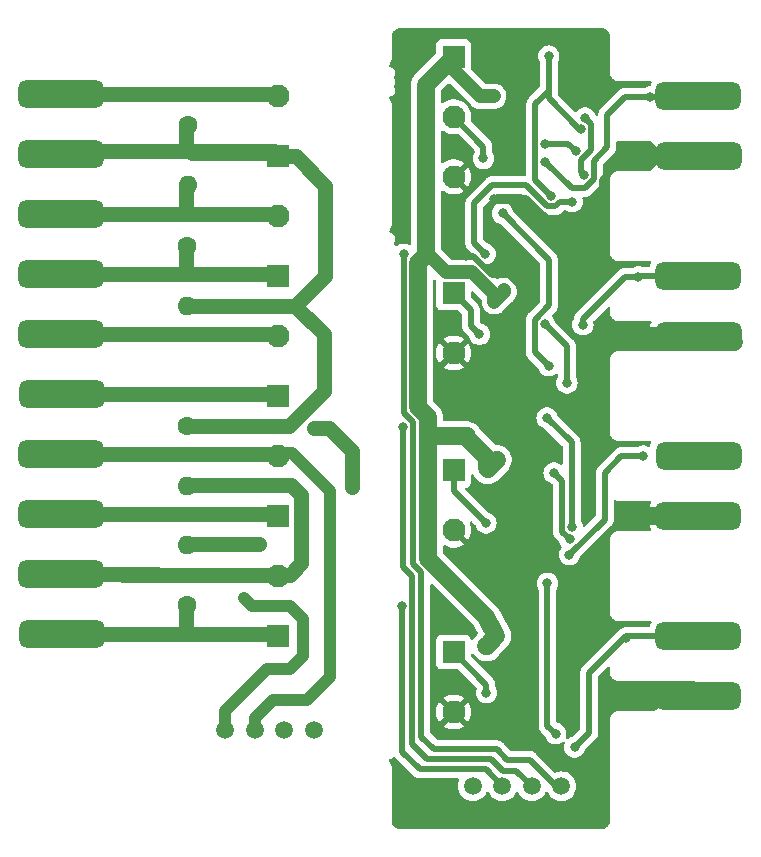
<source format=gbr>
%TF.GenerationSoftware,KiCad,Pcbnew,7.0.11*%
%TF.CreationDate,2024-11-05T15:47:56-05:00*%
%TF.ProjectId,14.X.4 - PMOS - PLC Connector Combined,31342e58-2e34-4202-9d20-504d4f53202d,rev?*%
%TF.SameCoordinates,Original*%
%TF.FileFunction,Copper,L2,Bot*%
%TF.FilePolarity,Positive*%
%FSLAX46Y46*%
G04 Gerber Fmt 4.6, Leading zero omitted, Abs format (unit mm)*
G04 Created by KiCad (PCBNEW 7.0.11) date 2024-11-05 15:47:56*
%MOMM*%
%LPD*%
G01*
G04 APERTURE LIST*
G04 Aperture macros list*
%AMRoundRect*
0 Rectangle with rounded corners*
0 $1 Rounding radius*
0 $2 $3 $4 $5 $6 $7 $8 $9 X,Y pos of 4 corners*
0 Add a 4 corners polygon primitive as box body*
4,1,4,$2,$3,$4,$5,$6,$7,$8,$9,$2,$3,0*
0 Add four circle primitives for the rounded corners*
1,1,$1+$1,$2,$3*
1,1,$1+$1,$4,$5*
1,1,$1+$1,$6,$7*
1,1,$1+$1,$8,$9*
0 Add four rect primitives between the rounded corners*
20,1,$1+$1,$2,$3,$4,$5,0*
20,1,$1+$1,$4,$5,$6,$7,0*
20,1,$1+$1,$6,$7,$8,$9,0*
20,1,$1+$1,$8,$9,$2,$3,0*%
G04 Aperture macros list end*
%TA.AperFunction,SMDPad,CuDef*%
%ADD10RoundRect,0.572500X3.045750X0.572500X-3.045750X0.572500X-3.045750X-0.572500X3.045750X-0.572500X0*%
%TD*%
%TA.AperFunction,ComponentPad*%
%ADD11C,1.950000*%
%TD*%
%TA.AperFunction,ComponentPad*%
%ADD12R,1.950000X1.950000*%
%TD*%
%TA.AperFunction,ComponentPad*%
%ADD13C,1.600000*%
%TD*%
%TA.AperFunction,ComponentPad*%
%ADD14O,1.600000X1.600000*%
%TD*%
%TA.AperFunction,ComponentPad*%
%ADD15C,1.498600*%
%TD*%
%TA.AperFunction,ViaPad*%
%ADD16C,0.800000*%
%TD*%
%TA.AperFunction,Conductor*%
%ADD17C,0.508000*%
%TD*%
%TA.AperFunction,Conductor*%
%ADD18C,1.524000*%
%TD*%
%TA.AperFunction,Conductor*%
%ADD19C,1.143000*%
%TD*%
%TA.AperFunction,Conductor*%
%ADD20C,0.762000*%
%TD*%
%TA.AperFunction,Conductor*%
%ADD21C,1.270000*%
%TD*%
%TA.AperFunction,Conductor*%
%ADD22C,1.016000*%
%TD*%
G04 APERTURE END LIST*
D10*
%TO.P,J304,1,Pin_1*%
%TO.N,Net-(J304-Pin_1)*%
X128220000Y-72350000D03*
%TD*%
D11*
%TO.P,J317,2,2*%
%TO.N,GNDPWR*%
X107500000Y-94080000D03*
D12*
%TO.P,J317,1,1*%
%TO.N,Net-(D2-A)*%
X107500000Y-89000000D03*
%TD*%
D10*
%TO.P,J308,1,Pin_1*%
%TO.N,Net-(J302-Pin_1)*%
X128220000Y-118070000D03*
%TD*%
%TO.P,J312,1,Pin_1*%
%TO.N,Net-(J306-Pin_1)*%
X128220000Y-87570000D03*
%TD*%
%TO.P,J316,1,Pin_1*%
%TO.N,Net-(J314-Pin_1)*%
X128230000Y-102800000D03*
%TD*%
D13*
%TO.P,R204,1*%
%TO.N,M*%
X85008250Y-74782224D03*
D14*
%TO.P,R204,2*%
%TO.N,Net-(J208-Pin_1)*%
X85008250Y-79862224D03*
%TD*%
D12*
%TO.P,J222,1,1*%
%TO.N,Net-(J205-Pin_1)*%
X92640000Y-97740000D03*
D11*
%TO.P,J222,2,2*%
%TO.N,Net-(J206-Pin_1)*%
X92640000Y-92660000D03*
%TD*%
D13*
%TO.P,R202,1*%
%TO.N,M*%
X84918250Y-100297224D03*
D14*
%TO.P,R202,2*%
%TO.N,Net-(J202-Pin_1)*%
X84918250Y-105377224D03*
%TD*%
D10*
%TO.P,J305,1,Pin_1*%
%TO.N,GNDPWR*%
X128230000Y-92650000D03*
%TD*%
%TO.P,J301,1,Pin_1*%
%TO.N,GNDPWR*%
X128220000Y-123130000D03*
%TD*%
D12*
%TO.P,J224,1,1*%
%TO.N,Net-(J201-Pin_1)*%
X92640000Y-118060000D03*
D11*
%TO.P,J224,2,2*%
%TO.N,Net-(J202-Pin_1)*%
X92640000Y-112980000D03*
%TD*%
D12*
%TO.P,J320,1,1*%
%TO.N,Net-(D4-A)*%
X107500000Y-104000000D03*
D11*
%TO.P,J320,2,2*%
%TO.N,GNDPWR*%
X107500000Y-109080000D03*
%TD*%
D13*
%TO.P,R201,1*%
%TO.N,Net-(J201-Pin_1)*%
X84878250Y-115392224D03*
D14*
%TO.P,R201,2*%
%TO.N,M*%
X84878250Y-110312224D03*
%TD*%
D15*
%TO.P,J226,1,1*%
%TO.N,Net-(J206-Pin_1)*%
X95660000Y-125970000D03*
%TO.P,J226,2,2*%
%TO.N,Net-(J205-Pin_1)*%
X93160000Y-125970000D03*
%TO.P,J226,3,3*%
%TO.N,Net-(J204-Pin_1)*%
X90660000Y-125970000D03*
%TO.P,J226,4,4*%
%TO.N,Net-(J203-Pin_1)*%
X88160000Y-125970000D03*
%TD*%
D12*
%TO.P,J318,1,1*%
%TO.N,Net-(J318-Pad1)*%
X107500000Y-69000000D03*
D11*
%TO.P,J318,2,2*%
%TO.N,Net-(D1-A)*%
X107500000Y-74080000D03*
%TO.P,J318,3,3*%
%TO.N,GNDPWR*%
X107500000Y-79160000D03*
%TD*%
D10*
%TO.P,J303,1,Pin_1*%
%TO.N,GNDPWR*%
X128240000Y-77410000D03*
%TD*%
D13*
%TO.P,R203,1*%
%TO.N,Net-(J207-Pin_1)*%
X84918250Y-85002224D03*
D14*
%TO.P,R203,2*%
%TO.N,M*%
X84918250Y-90082224D03*
%TD*%
D10*
%TO.P,J313,1,Pin_1*%
%TO.N,GNDPWR*%
X128220000Y-107900000D03*
%TD*%
D12*
%TO.P,J221,1,1*%
%TO.N,Net-(J203-Pin_1)*%
X92640000Y-107900000D03*
D11*
%TO.P,J221,2,2*%
%TO.N,Net-(J204-Pin_1)*%
X92640000Y-102820000D03*
%TD*%
D12*
%TO.P,J223,1,1*%
%TO.N,M*%
X92640000Y-77420000D03*
D11*
%TO.P,J223,2,2*%
%TO.N,Net-(J210-Pin_1)*%
X92640000Y-72340000D03*
%TD*%
D12*
%TO.P,J225,1,1*%
%TO.N,Net-(J207-Pin_1)*%
X92640000Y-87580000D03*
D11*
%TO.P,J225,2,2*%
%TO.N,Net-(J208-Pin_1)*%
X92640000Y-82500000D03*
%TD*%
D12*
%TO.P,J319,1,1*%
%TO.N,Net-(D3-A)*%
X107500000Y-119400000D03*
D11*
%TO.P,J319,2,2*%
%TO.N,GNDPWR*%
X107500000Y-124480000D03*
%TD*%
D15*
%TO.P,J321,1,1*%
%TO.N,Net-(D1-A)*%
X116620000Y-130760000D03*
%TO.P,J321,2,2*%
%TO.N,Net-(D2-A)*%
X114120000Y-130760000D03*
%TO.P,J321,3,3*%
%TO.N,Net-(D4-A)*%
X111620000Y-130760000D03*
%TO.P,J321,4,4*%
%TO.N,Net-(D3-A)*%
X109120000Y-130760000D03*
%TD*%
D10*
%TO.P,J212,1,Pin_1*%
%TO.N,Net-(J202-Pin_1)*%
X74258250Y-112817224D03*
%TD*%
%TO.P,J216,1,Pin_1*%
%TO.N,Net-(J206-Pin_1)*%
X74268250Y-92497224D03*
%TD*%
%TO.P,J213,1,Pin_1*%
%TO.N,Net-(J203-Pin_1)*%
X74268250Y-107737224D03*
%TD*%
%TO.P,J217,1,Pin_1*%
%TO.N,Net-(J207-Pin_1)*%
X74268250Y-87407224D03*
%TD*%
%TO.P,J219,1,Pin_1*%
%TO.N,M*%
X74238250Y-77247224D03*
%TD*%
%TO.P,J211,1,Pin_1*%
%TO.N,Net-(J201-Pin_1)*%
X74340000Y-117907224D03*
%TD*%
%TO.P,J214,1,Pin_1*%
%TO.N,Net-(J204-Pin_1)*%
X74258250Y-102667224D03*
%TD*%
%TO.P,J215,1,Pin_1*%
%TO.N,Net-(J205-Pin_1)*%
X74320000Y-97580000D03*
%TD*%
%TO.P,J218,1,Pin_1*%
%TO.N,Net-(J208-Pin_1)*%
X74258250Y-82347224D03*
%TD*%
%TO.P,J220,1,Pin_1*%
%TO.N,Net-(J210-Pin_1)*%
X74238250Y-72187224D03*
%TD*%
D16*
%TO.N,GNDPWR*%
X119290000Y-82330000D03*
%TO.N,Net-(Q2-G)*%
X116000000Y-104240000D03*
X117330000Y-109870000D03*
%TO.N,GNDPWR*%
X111210000Y-91200000D03*
X108500000Y-85840000D03*
X115700000Y-83200000D03*
X110930000Y-81060000D03*
X110760000Y-111470000D03*
X116480000Y-112470000D03*
%TO.N,Net-(J314-Pin_1)*%
X123560000Y-102810000D03*
X117300000Y-111170000D03*
%TO.N,Net-(R18-Pad1)*%
X117538866Y-108811127D03*
X115400000Y-99570000D03*
%TO.N,Net-(J302-Pin_1)*%
X117735152Y-127456659D03*
X122080000Y-118210000D03*
%TO.N,Net-(R19-Pad1)*%
X116130000Y-126310000D03*
X115440000Y-113580000D03*
%TO.N,Net-(J306-Pin_1)*%
X123120000Y-87640000D03*
X118440000Y-91680000D03*
%TO.N,Net-(D6-K)*%
X115204000Y-91617500D03*
X117080000Y-96610000D03*
%TO.N,Net-(R20-Pad1)*%
X111640000Y-82250000D03*
X115540000Y-95160000D03*
%TO.N,Net-(J318-Pad1)*%
X117520000Y-81260000D03*
X110172500Y-85682500D03*
%TO.N,Net-(D1-K)*%
X118489831Y-78995448D03*
X118626054Y-74173045D03*
%TO.N,Net-(R1-Pad1)*%
X118255414Y-75101824D03*
%TO.N,Net-(D5-K)*%
X115270000Y-76380000D03*
X117834000Y-76999130D03*
%TO.N,Net-(R1-Pad1)*%
X115750000Y-80810000D03*
%TO.N,Net-(J304-Pin_1)*%
X124130000Y-72390000D03*
X115260000Y-77880000D03*
%TO.N,Net-(R1-Pad1)*%
X115550000Y-68940000D03*
%TO.N,Net-(J318-Pad1)*%
X109399956Y-87589956D03*
%TO.N,Net-(D1-A)*%
X110020000Y-77600000D03*
%TO.N,Net-(D2-A)*%
X109680000Y-92500000D03*
%TO.N,Net-(D4-A)*%
X110230000Y-108470000D03*
%TO.N,Net-(D3-A)*%
X110270000Y-122850000D03*
%TO.N,Net-(J318-Pad1)*%
X109495236Y-115748011D03*
X108610000Y-101150000D03*
X111110000Y-118010000D03*
X110330000Y-118910000D03*
X110340000Y-103860000D03*
X111150000Y-103140000D03*
X110890000Y-72350000D03*
X109750000Y-72350000D03*
X111757977Y-88787977D03*
X110940000Y-89730000D03*
%TO.N,Net-(D1-A)*%
X103270000Y-85720000D03*
%TO.N,Net-(D2-A)*%
X103200000Y-100320000D03*
%TO.N,Net-(D4-A)*%
X103130000Y-115490000D03*
%TO.N,GNDPWR*%
X122960000Y-77960000D03*
X122930000Y-76700000D03*
X123850000Y-77890000D03*
%TO.N,Net-(J201-Pin_1)*%
X79471250Y-117874224D03*
X80868250Y-117874224D03*
X82265250Y-117874224D03*
%TO.N,Net-(J202-Pin_1)*%
X79471250Y-112794224D03*
X80868250Y-112794224D03*
X82392250Y-112794224D03*
%TO.N,Net-(J203-Pin_1)*%
X79471250Y-107714224D03*
X89758150Y-114826224D03*
X81249250Y-107714224D03*
X82773250Y-107714224D03*
%TO.N,Net-(J204-Pin_1)*%
X81249250Y-102634224D03*
X79598250Y-102634224D03*
X82773250Y-102634224D03*
%TO.N,Net-(J205-Pin_1)*%
X95679002Y-100444402D03*
X79852250Y-97554224D03*
X81503250Y-97554224D03*
X98902250Y-105440000D03*
X83027250Y-97554224D03*
%TO.N,Net-(J206-Pin_1)*%
X83281250Y-92474224D03*
X79852250Y-92474224D03*
X81630248Y-92474224D03*
%TO.N,Net-(J207-Pin_1)*%
X83027250Y-87394224D03*
X81376250Y-87394224D03*
X79852250Y-87394224D03*
%TO.N,Net-(J208-Pin_1)*%
X81503250Y-82314224D03*
X79725250Y-82314224D03*
X83281250Y-82314224D03*
%TO.N,M*%
X82773250Y-76980224D03*
X79344250Y-76980224D03*
X90012252Y-110254224D03*
X91282250Y-100221224D03*
X92425250Y-100221224D03*
X80995250Y-76980224D03*
X91028250Y-110254224D03*
%TO.N,GNDPWR*%
X123880000Y-76700000D03*
X103190000Y-133540000D03*
X123350000Y-93310000D03*
X123470000Y-122610000D03*
X124250000Y-123800000D03*
X123330000Y-107490000D03*
X124260000Y-122570000D03*
X123350000Y-108550000D03*
X121680000Y-92100000D03*
X121930000Y-108580000D03*
X121680000Y-93350000D03*
X103180000Y-132500000D03*
X123460000Y-123820000D03*
X103180000Y-131480000D03*
X123350000Y-92100000D03*
X121950000Y-107390000D03*
%TD*%
D17*
%TO.N,Net-(J306-Pin_1)*%
X123120000Y-87640000D02*
X123190000Y-87570000D01*
X123190000Y-87570000D02*
X128220000Y-87570000D01*
%TO.N,Net-(J302-Pin_1)*%
X122220000Y-118070000D02*
X128220000Y-118070000D01*
X122080000Y-118210000D02*
X122220000Y-118070000D01*
D18*
%TO.N,GNDPWR*%
X123987490Y-123130000D02*
X123470000Y-122612510D01*
X128220000Y-123130000D02*
X123987490Y-123130000D01*
X128220000Y-123130000D02*
X123958510Y-123130000D01*
X123958510Y-123130000D02*
X123460000Y-123628510D01*
X128220000Y-123130000D02*
X124748510Y-123130000D01*
X124748510Y-123130000D02*
X124250000Y-123628510D01*
X127702510Y-122612510D02*
X124260000Y-122612510D01*
X128220000Y-123130000D02*
X127702510Y-122612510D01*
X122418510Y-107900000D02*
X121930000Y-108388510D01*
X128220000Y-107900000D02*
X122418510Y-107900000D01*
X122460000Y-107900000D02*
X121950000Y-107390000D01*
X128220000Y-107900000D02*
X122460000Y-107900000D01*
X128220000Y-107900000D02*
X123838510Y-107900000D01*
X123838510Y-107900000D02*
X123350000Y-108388510D01*
X123740000Y-107900000D02*
X123330000Y-107490000D01*
X128220000Y-107900000D02*
X123740000Y-107900000D01*
X121730000Y-93148510D02*
X131050278Y-93148510D01*
X122228510Y-92650000D02*
X121730000Y-93148510D01*
X128230000Y-92650000D02*
X122228510Y-92650000D01*
X131050278Y-93148510D02*
X131227243Y-93143556D01*
X128230000Y-92650000D02*
X122185698Y-92650000D01*
X122185698Y-92650000D02*
X121678794Y-92143096D01*
X123848510Y-92650000D02*
X123350000Y-93148510D01*
X128230000Y-92650000D02*
X123848510Y-92650000D01*
X123867490Y-92650000D02*
X123350000Y-92132510D01*
X128230000Y-92650000D02*
X123867490Y-92650000D01*
X123447490Y-77410000D02*
X122930000Y-76892510D01*
X128240000Y-77410000D02*
X123447490Y-77410000D01*
X123458510Y-77410000D02*
X122960000Y-77908510D01*
X128240000Y-77410000D02*
X123458510Y-77410000D01*
X124397490Y-77410000D02*
X123880000Y-76892510D01*
X128240000Y-77410000D02*
X124397490Y-77410000D01*
X124330000Y-77410000D02*
X123850000Y-77890000D01*
X128240000Y-77410000D02*
X124330000Y-77410000D01*
D17*
%TO.N,Net-(J304-Pin_1)*%
X128180000Y-72390000D02*
X128220000Y-72350000D01*
X124130000Y-72390000D02*
X128180000Y-72390000D01*
%TO.N,Net-(J302-Pin_1)*%
X121907629Y-118210000D02*
X122080000Y-118210000D01*
X118960000Y-121157629D02*
X121907629Y-118210000D01*
X118960000Y-126231811D02*
X118960000Y-121157629D01*
X117735152Y-127456659D02*
X118960000Y-126231811D01*
%TO.N,GNDPWR*%
X121510000Y-77960000D02*
X122960000Y-77960000D01*
X120051831Y-79418169D02*
X121510000Y-77960000D01*
X120051831Y-81568169D02*
X120051831Y-79418169D01*
X119290000Y-82330000D02*
X120051831Y-81568169D01*
%TO.N,Net-(J304-Pin_1)*%
X122020000Y-72390000D02*
X124130000Y-72390000D01*
X120483930Y-73926070D02*
X122020000Y-72390000D01*
X120483930Y-76666070D02*
X120483930Y-73926070D01*
X119343831Y-79349187D02*
X119343831Y-77806169D01*
X117500000Y-80120000D02*
X118573018Y-80120000D01*
X118573018Y-80120000D02*
X119343831Y-79349187D01*
X119343831Y-77806169D02*
X120483930Y-76666070D01*
X115260000Y-77880000D02*
X117500000Y-80120000D01*
%TO.N,Net-(D1-K)*%
X119160000Y-74706991D02*
X118626054Y-74173045D01*
X118280000Y-77760869D02*
X119160000Y-76880869D01*
X118280000Y-78785617D02*
X118280000Y-77760869D01*
X118489831Y-78995448D02*
X118280000Y-78785617D01*
X119160000Y-76880869D02*
X119160000Y-74706991D01*
%TO.N,Net-(Q2-G)*%
X116684866Y-104924866D02*
X116000000Y-104240000D01*
X116684866Y-109224866D02*
X116684866Y-104924866D01*
X117330000Y-109870000D02*
X116684866Y-109224866D01*
%TO.N,Net-(R20-Pad1)*%
X115570000Y-86180000D02*
X111640000Y-82250000D01*
X114350000Y-91263761D02*
X115570000Y-90043761D01*
X114350000Y-93970000D02*
X114350000Y-91263761D01*
X115540000Y-95160000D02*
X114350000Y-93970000D01*
X115570000Y-90043761D02*
X115570000Y-86180000D01*
D19*
%TO.N,Net-(J318-Pad1)*%
X110940000Y-89730000D02*
X111757977Y-88912023D01*
X111757977Y-88912023D02*
X111757977Y-88787977D01*
D17*
%TO.N,GNDPWR*%
X112140000Y-91200000D02*
X111210000Y-91200000D01*
X113190000Y-90150000D02*
X112140000Y-91200000D01*
X113190000Y-88510000D02*
X113190000Y-90150000D01*
X112140000Y-87460000D02*
X113190000Y-88510000D01*
X109122261Y-85840000D02*
X110742261Y-87460000D01*
X110742261Y-87460000D02*
X112140000Y-87460000D01*
X108500000Y-85840000D02*
X109122261Y-85840000D01*
%TO.N,Net-(J318-Pad1)*%
X116507739Y-81260000D02*
X117520000Y-81260000D01*
X116103739Y-81664000D02*
X116507739Y-81260000D01*
X115396261Y-81664000D02*
X116103739Y-81664000D01*
X109239931Y-84749931D02*
X109239931Y-81400069D01*
X109239931Y-81400069D02*
X110760000Y-79880000D01*
X113612261Y-79880000D02*
X115396261Y-81664000D01*
X110172500Y-85682500D02*
X109239931Y-84749931D01*
X110760000Y-79880000D02*
X113612261Y-79880000D01*
D19*
X109399956Y-87589956D02*
X110870000Y-89060000D01*
X106833500Y-87253500D02*
X105140000Y-85560000D01*
X109063500Y-87253500D02*
X106833500Y-87253500D01*
X109399956Y-87589956D02*
X109063500Y-87253500D01*
X105140000Y-85560000D02*
X105140000Y-83330000D01*
X110940000Y-89730000D02*
X110940000Y-89130000D01*
X110940000Y-89130000D02*
X110890000Y-89080000D01*
D20*
%TO.N,GNDPWR*%
X113560000Y-81060000D02*
X110930000Y-81060000D01*
X115700000Y-83200000D02*
X113560000Y-81060000D01*
D18*
%TO.N,Net-(J318-Pad1)*%
X105310000Y-99480316D02*
X105310000Y-101100000D01*
X104486000Y-98656316D02*
X105310000Y-99480316D01*
X104486000Y-86430159D02*
X104486000Y-98656316D01*
X105140000Y-85776159D02*
X104486000Y-86430159D01*
X105140000Y-83330000D02*
X105140000Y-85776159D01*
D19*
%TO.N,GNDPWR*%
X115480000Y-111470000D02*
X110760000Y-111470000D01*
X116480000Y-112470000D02*
X115480000Y-111470000D01*
D17*
%TO.N,Net-(J314-Pin_1)*%
X121690000Y-102810000D02*
X123560000Y-102810000D01*
X120280000Y-104220000D02*
X121690000Y-102810000D01*
X120280000Y-108190000D02*
X120280000Y-104220000D01*
X117300000Y-111170000D02*
X120280000Y-108190000D01*
%TO.N,Net-(R1-Pad1)*%
X115550000Y-72530000D02*
X115550000Y-71870000D01*
X118121824Y-75101824D02*
X115550000Y-72530000D01*
X118255414Y-75101824D02*
X118121824Y-75101824D01*
%TO.N,Net-(R19-Pad1)*%
X115440000Y-125620000D02*
X115440000Y-113580000D01*
X116130000Y-126310000D02*
X115440000Y-125620000D01*
%TO.N,Net-(R18-Pad1)*%
X117480000Y-108752261D02*
X117480000Y-101650000D01*
X117538866Y-108811127D02*
X117480000Y-108752261D01*
X117480000Y-101650000D02*
X115400000Y-99570000D01*
%TO.N,Net-(J306-Pin_1)*%
X121997629Y-87640000D02*
X123120000Y-87640000D01*
X118440000Y-91197629D02*
X121997629Y-87640000D01*
X118440000Y-91680000D02*
X118440000Y-91197629D01*
%TO.N,Net-(D6-K)*%
X117080000Y-93493500D02*
X115204000Y-91617500D01*
X117080000Y-96610000D02*
X117080000Y-93493500D01*
%TO.N,Net-(R20-Pad1)*%
X111490000Y-82250000D02*
X111640000Y-82250000D01*
%TO.N,Net-(D5-K)*%
X117214870Y-76380000D02*
X115270000Y-76380000D01*
X117834000Y-76999130D02*
X117214870Y-76380000D01*
%TO.N,Net-(R1-Pad1)*%
X114406000Y-73014000D02*
X115550000Y-71870000D01*
X115750000Y-80810000D02*
X114406000Y-79466000D01*
X114406000Y-79466000D02*
X114406000Y-73014000D01*
%TO.N,Net-(J304-Pin_1)*%
X124130000Y-72390000D02*
X124170000Y-72430000D01*
%TO.N,Net-(R1-Pad1)*%
X115550000Y-71870000D02*
X115550000Y-68940000D01*
%TO.N,Net-(D1-A)*%
X110020000Y-76600000D02*
X107500000Y-74080000D01*
X110020000Y-77600000D02*
X110020000Y-76600000D01*
%TO.N,Net-(D2-A)*%
X109680000Y-92500000D02*
X108940000Y-91760000D01*
X108940000Y-91760000D02*
X108940000Y-90440000D01*
X108940000Y-90440000D02*
X107500000Y-89000000D01*
%TO.N,Net-(D4-A)*%
X110230000Y-108470000D02*
X107500000Y-105740000D01*
X107500000Y-105740000D02*
X107500000Y-104000000D01*
%TO.N,Net-(D3-A)*%
X110270000Y-122850000D02*
X110270000Y-122170000D01*
X110270000Y-122170000D02*
X107500000Y-119400000D01*
D18*
%TO.N,Net-(J318-Pad1)*%
X108524000Y-101150000D02*
X108474000Y-101100000D01*
X108610000Y-101150000D02*
X108524000Y-101150000D01*
X108610000Y-101236000D02*
X108610000Y-101150000D01*
X105140000Y-83330000D02*
X105140000Y-71360000D01*
X105140000Y-71360000D02*
X107500000Y-69000000D01*
X108474000Y-101100000D02*
X105310000Y-101100000D01*
X110340000Y-102966000D02*
X108610000Y-101236000D01*
X110340000Y-103860000D02*
X110340000Y-102966000D01*
X105310000Y-111490316D02*
X105310000Y-101100000D01*
X111110000Y-118010000D02*
X110270000Y-116450316D01*
X110330000Y-118910000D02*
X111110000Y-118010000D01*
X110270000Y-116450316D02*
X105310000Y-111490316D01*
X110270000Y-118910000D02*
X110330000Y-118910000D01*
D17*
%TO.N,Net-(D2-A)*%
X112789700Y-129429700D02*
X114120000Y-130760000D01*
X111650174Y-129429700D02*
X112789700Y-129429700D01*
X105230000Y-128420000D02*
X110640474Y-128420000D01*
X103970000Y-127160000D02*
X105230000Y-128420000D01*
X103984000Y-115843739D02*
X103970000Y-115857739D01*
X103970000Y-115857739D02*
X103970000Y-127160000D01*
X103200000Y-112220000D02*
X103984000Y-113004000D01*
X110640474Y-128420000D02*
X111650174Y-129429700D01*
X103200000Y-100320000D02*
X103200000Y-112220000D01*
X103984000Y-113004000D02*
X103984000Y-115843739D01*
%TO.N,Net-(D1-A)*%
X116150000Y-130760000D02*
X116620000Y-130760000D01*
X113920000Y-128530000D02*
X116150000Y-130760000D01*
X112040000Y-128530000D02*
X113920000Y-128530000D01*
X105820000Y-127640000D02*
X111150000Y-127640000D01*
X104748000Y-126568000D02*
X105820000Y-127640000D01*
X104054000Y-111954000D02*
X104748000Y-112648000D01*
X104054000Y-99944000D02*
X104054000Y-111954000D01*
X104748000Y-112648000D02*
X104748000Y-126568000D01*
X103270000Y-99160000D02*
X104054000Y-99944000D01*
X103270000Y-85720000D02*
X103270000Y-99160000D01*
X111150000Y-127640000D02*
X112040000Y-128530000D01*
D18*
%TO.N,Net-(J318-Pad1)*%
X111150000Y-103140000D02*
X110380000Y-103910000D01*
D19*
X109750000Y-72350000D02*
X110890000Y-72350000D01*
X107500000Y-70100000D02*
X109750000Y-72350000D01*
X107500000Y-69000000D02*
X107500000Y-70100000D01*
D17*
%TO.N,Net-(D4-A)*%
X110200000Y-129340000D02*
X111620000Y-130760000D01*
X103130000Y-127830000D02*
X104640000Y-129340000D01*
X104640000Y-129340000D02*
X110200000Y-129340000D01*
X103130000Y-115490000D02*
X103130000Y-127830000D01*
D19*
%TO.N,GNDPWR*%
X103190000Y-133540000D02*
X103180000Y-133530000D01*
D21*
%TO.N,Net-(J201-Pin_1)*%
X84805250Y-117874220D02*
X74278395Y-117874220D01*
X79471250Y-117874224D02*
X80868250Y-117874224D01*
X92298250Y-117874224D02*
X92425250Y-117747224D01*
X74278395Y-117874220D02*
X74278391Y-117874224D01*
X82265250Y-117874224D02*
X92298250Y-117874224D01*
X80868250Y-117874224D02*
X82265250Y-117874224D01*
X84805250Y-115334224D02*
X84805250Y-117874220D01*
X74278391Y-117874224D02*
X79471250Y-117874224D01*
%TO.N,Net-(J202-Pin_1)*%
X80868250Y-112794224D02*
X79471250Y-112794224D01*
X79471250Y-112794224D02*
X79514250Y-112837224D01*
X94578250Y-111861750D02*
X94578250Y-106087224D01*
X93602776Y-112837224D02*
X94578250Y-111861750D01*
X94578250Y-106087224D02*
X93748250Y-105257224D01*
X82392250Y-112794224D02*
X80868250Y-112794224D01*
X79514250Y-112837224D02*
X93602776Y-112837224D01*
X79471250Y-112794224D02*
X74279942Y-112794224D01*
X74279942Y-112794224D02*
X74271976Y-112802190D01*
X93748250Y-105257224D02*
X85278250Y-105257224D01*
D22*
%TO.N,Net-(J203-Pin_1)*%
X88160000Y-124380000D02*
X88160000Y-125970000D01*
X93620000Y-120870000D02*
X91670000Y-120870000D01*
X91670000Y-120870000D02*
X88160000Y-124380000D01*
D21*
X79471250Y-107714224D02*
X74289842Y-107714224D01*
D22*
X90421926Y-115490000D02*
X93640000Y-115490000D01*
X94770000Y-116620000D02*
X94770000Y-119720000D01*
D21*
X81249250Y-107714224D02*
X79471250Y-107714224D01*
X92425250Y-107587224D02*
X92298250Y-107714224D01*
D22*
X89758150Y-114826224D02*
X90421926Y-115490000D01*
D21*
X92298250Y-107714224D02*
X82773250Y-107714224D01*
D22*
X94770000Y-119720000D02*
X93620000Y-120870000D01*
D21*
X82773250Y-107714224D02*
X81249250Y-107714224D01*
X74289842Y-107714224D02*
X74280369Y-107723697D01*
D22*
X93640000Y-115490000D02*
X94770000Y-116620000D01*
%TO.N,Net-(J204-Pin_1)*%
X92230000Y-123420000D02*
X95080000Y-123420000D01*
X95080000Y-123420000D02*
X97025000Y-121475000D01*
D21*
X92425250Y-102507224D02*
X92298250Y-102634224D01*
D22*
X97025000Y-121475000D02*
X97025000Y-105728116D01*
X97025000Y-105728116D02*
X93804108Y-102507224D01*
D21*
X82773250Y-102634224D02*
X81249250Y-102634224D01*
D22*
X90660000Y-124990000D02*
X92230000Y-123420000D01*
D21*
X81249250Y-102634224D02*
X79598250Y-102634224D01*
X74283060Y-102634224D02*
X74271976Y-102645308D01*
X92298250Y-102634224D02*
X82773250Y-102634224D01*
D22*
X93804108Y-102507224D02*
X92425250Y-102507224D01*
D21*
X79598250Y-102634224D02*
X74283060Y-102634224D01*
D22*
X90660000Y-125970000D02*
X90660000Y-124990000D01*
D21*
%TO.N,Net-(J205-Pin_1)*%
X98902250Y-102380000D02*
X96966652Y-100444402D01*
X92298250Y-97554224D02*
X83027250Y-97554224D01*
X83027250Y-97554224D02*
X81503250Y-97554224D01*
X81503250Y-97554224D02*
X79852250Y-97554224D01*
X79852250Y-97554224D02*
X74199025Y-97554224D01*
X96966652Y-100444402D02*
X95679002Y-100444402D01*
X74199025Y-97554224D02*
X74168250Y-97584999D01*
X92425250Y-97427224D02*
X92298250Y-97554224D01*
X98902250Y-105440000D02*
X98902250Y-102380000D01*
%TO.N,Net-(J206-Pin_1)*%
X79845556Y-92480918D02*
X79852250Y-92474224D01*
X74272660Y-92480918D02*
X79845556Y-92480918D01*
X81630248Y-92474224D02*
X79852250Y-92474224D01*
X92425250Y-92347224D02*
X92298250Y-92474224D01*
X74273749Y-92482007D02*
X78836250Y-92482007D01*
X74272660Y-92480918D02*
X74273749Y-92482007D01*
X83281250Y-92474224D02*
X81630248Y-92474224D01*
X92298250Y-92474224D02*
X83281250Y-92474224D01*
%TO.N,Net-(J207-Pin_1)*%
X74287737Y-87394224D02*
X83027250Y-87394224D01*
X79852250Y-87394224D02*
X79861592Y-87403566D01*
X74271976Y-87409985D02*
X74287737Y-87394224D01*
X81366908Y-87403566D02*
X81376250Y-87394224D01*
X92298250Y-87394224D02*
X92425250Y-87267224D01*
X83027250Y-87394224D02*
X92298250Y-87394224D01*
X84805250Y-87394224D02*
X81376250Y-87394224D01*
X79861592Y-87403566D02*
X81366908Y-87403566D01*
X84805250Y-84981224D02*
X84805250Y-87394224D01*
%TO.N,Net-(J208-Pin_1)*%
X74278395Y-82325125D02*
X74289296Y-82314224D01*
X81503250Y-82314224D02*
X83281250Y-82314224D01*
X79725250Y-82314224D02*
X81503250Y-82314224D01*
X83281250Y-82314224D02*
X92298250Y-82314224D01*
X74289296Y-82314224D02*
X79725250Y-82314224D01*
X92298250Y-82314224D02*
X92425250Y-82187224D01*
X84805250Y-79824224D02*
X84805250Y-82314224D01*
X84794349Y-82325125D02*
X74278395Y-82325125D01*
X84805250Y-82314224D02*
X84794349Y-82325125D01*
%TO.N,M*%
X91282250Y-100221224D02*
X93578776Y-100221224D01*
X91282250Y-100221224D02*
X92425250Y-100221224D01*
X84805250Y-110254224D02*
X90012252Y-110254224D01*
X79344250Y-76980224D02*
X74564650Y-76980224D01*
X94135026Y-77420000D02*
X96616250Y-79901224D01*
X94076250Y-90061224D02*
X84805250Y-90061224D01*
X82773250Y-76980224D02*
X80995250Y-76980224D01*
X82773250Y-76980224D02*
X92298250Y-76980224D01*
X96616250Y-79901224D02*
X96616250Y-87521224D01*
X74564650Y-76980224D02*
X74293347Y-77251527D01*
X93578776Y-100221224D02*
X96489250Y-97310750D01*
X85313250Y-77107224D02*
X92425250Y-77107224D01*
X80995250Y-76980224D02*
X79344250Y-76980224D01*
X84805250Y-74744224D02*
X84805250Y-76599224D01*
X91028250Y-110254224D02*
X90012252Y-110254224D01*
X92425250Y-100221224D02*
X92795250Y-100221224D01*
X96616250Y-87521224D02*
X94076250Y-90061224D01*
X92298250Y-76980224D02*
X92425250Y-77107224D01*
X84805250Y-76599224D02*
X85313250Y-77107224D01*
X96489250Y-97310750D02*
X96489250Y-92474224D01*
X92640000Y-77420000D02*
X94135026Y-77420000D01*
X84805250Y-100221224D02*
X91282250Y-100221224D01*
X96489250Y-92474224D02*
X94076250Y-90061224D01*
%TO.N,Net-(J210-Pin_1)*%
X92298250Y-72154224D02*
X74289963Y-72154224D01*
X74289963Y-72154224D02*
X74268986Y-72175201D01*
X92425250Y-72027224D02*
X92298250Y-72154224D01*
%TD*%
%TA.AperFunction,Conductor*%
%TO.N,GNDPWR*%
G36*
X121386617Y-76125149D02*
G01*
X121398714Y-76127555D01*
X121416081Y-76131010D01*
X121416082Y-76131010D01*
X121489901Y-76131010D01*
X124143704Y-76131010D01*
X124210743Y-76150695D01*
X124256498Y-76203499D01*
X124266442Y-76272657D01*
X124250005Y-76315174D01*
X124251489Y-76315985D01*
X124248655Y-76321173D01*
X124168030Y-76509449D01*
X124168028Y-76509456D01*
X124124491Y-76709589D01*
X124121750Y-76755621D01*
X124121750Y-78064378D01*
X124124491Y-78110410D01*
X124168028Y-78310543D01*
X124168030Y-78310550D01*
X124247958Y-78497197D01*
X124256253Y-78566573D01*
X124225724Y-78629420D01*
X124166064Y-78665785D01*
X124133970Y-78670010D01*
X121541372Y-78670010D01*
X121541338Y-78670000D01*
X121490000Y-78670000D01*
X121416082Y-78670000D01*
X121416080Y-78670000D01*
X121271091Y-78698840D01*
X121271085Y-78698842D01*
X121134506Y-78755414D01*
X121011582Y-78837551D01*
X120907040Y-78942094D01*
X120824918Y-79065002D01*
X120824911Y-79065014D01*
X120768341Y-79201588D01*
X120768340Y-79201592D01*
X120768339Y-79201595D01*
X120741164Y-79338220D01*
X120739499Y-79346593D01*
X120739500Y-79420510D01*
X120739500Y-85489137D01*
X120739489Y-85489174D01*
X120739490Y-85614429D01*
X120768332Y-85759419D01*
X120768335Y-85759429D01*
X120824906Y-85895998D01*
X120824908Y-85896002D01*
X120824910Y-85896006D01*
X120824913Y-85896010D01*
X120824915Y-85896014D01*
X120890579Y-85994283D01*
X120907045Y-86018926D01*
X121011581Y-86123462D01*
X121134503Y-86205594D01*
X121134509Y-86205596D01*
X121134510Y-86205597D01*
X121262008Y-86258408D01*
X121271086Y-86262168D01*
X121271090Y-86262168D01*
X121271091Y-86262169D01*
X121416079Y-86291010D01*
X121416082Y-86291010D01*
X121489901Y-86291010D01*
X124123099Y-86291010D01*
X124190138Y-86310695D01*
X124235893Y-86363499D01*
X124245837Y-86432657D01*
X124229502Y-86474906D01*
X124231044Y-86475748D01*
X124228215Y-86480927D01*
X124147550Y-86669296D01*
X124147549Y-86669301D01*
X124136986Y-86717859D01*
X124103501Y-86779182D01*
X124042178Y-86812666D01*
X124015820Y-86815500D01*
X123508463Y-86815500D01*
X123458027Y-86804779D01*
X123399806Y-86778857D01*
X123399802Y-86778855D01*
X123254001Y-86747865D01*
X123214646Y-86739500D01*
X123025354Y-86739500D01*
X122992897Y-86746398D01*
X122840197Y-86778855D01*
X122840192Y-86778857D01*
X122667270Y-86855848D01*
X122667269Y-86855849D01*
X122659056Y-86861817D01*
X122593250Y-86885298D01*
X122586169Y-86885500D01*
X122061621Y-86885500D01*
X122043652Y-86884191D01*
X122019718Y-86880685D01*
X121974624Y-86884631D01*
X121970086Y-86885028D01*
X121959282Y-86885500D01*
X121953684Y-86885500D01*
X121922720Y-86889119D01*
X121919133Y-86889485D01*
X121844022Y-86896056D01*
X121836948Y-86897517D01*
X121836937Y-86897465D01*
X121829461Y-86899122D01*
X121829474Y-86899174D01*
X121822441Y-86900840D01*
X121751554Y-86926639D01*
X121748154Y-86927821D01*
X121676591Y-86951536D01*
X121670049Y-86954587D01*
X121670026Y-86954539D01*
X121663136Y-86957875D01*
X121663160Y-86957922D01*
X121656705Y-86961163D01*
X121593696Y-87002604D01*
X121590659Y-87004539D01*
X121526475Y-87044130D01*
X121520808Y-87048611D01*
X121520775Y-87048569D01*
X121514843Y-87053401D01*
X121514877Y-87053442D01*
X121509341Y-87058087D01*
X121457573Y-87112956D01*
X121455062Y-87115541D01*
X117951742Y-90618861D01*
X117938113Y-90630640D01*
X117918707Y-90645088D01*
X117886674Y-90683262D01*
X117879387Y-90691215D01*
X117875420Y-90695183D01*
X117875418Y-90695185D01*
X117856089Y-90719630D01*
X117853815Y-90722422D01*
X117805334Y-90780200D01*
X117801366Y-90786234D01*
X117801322Y-90786205D01*
X117797209Y-90792660D01*
X117797254Y-90792688D01*
X117793462Y-90798835D01*
X117761581Y-90867201D01*
X117760012Y-90870441D01*
X117726175Y-90937820D01*
X117723704Y-90944608D01*
X117723655Y-90944590D01*
X117721141Y-90951822D01*
X117721191Y-90951839D01*
X117718920Y-90958691D01*
X117703671Y-91032540D01*
X117702891Y-91036059D01*
X117685499Y-91109445D01*
X117684661Y-91116616D01*
X117684607Y-91116609D01*
X117683829Y-91124227D01*
X117683883Y-91124232D01*
X117683253Y-91131423D01*
X117683845Y-91151778D01*
X117667285Y-91217377D01*
X117612821Y-91311714D01*
X117554327Y-91491740D01*
X117554326Y-91491744D01*
X117534540Y-91680000D01*
X117554326Y-91868256D01*
X117554327Y-91868259D01*
X117612818Y-92048277D01*
X117612821Y-92048284D01*
X117707467Y-92212216D01*
X117797079Y-92311740D01*
X117834129Y-92352888D01*
X117987265Y-92464148D01*
X117987270Y-92464151D01*
X118160192Y-92541142D01*
X118160197Y-92541144D01*
X118345354Y-92580500D01*
X118345355Y-92580500D01*
X118534644Y-92580500D01*
X118534646Y-92580500D01*
X118719803Y-92541144D01*
X118892730Y-92464151D01*
X119045871Y-92352888D01*
X119172533Y-92212216D01*
X119267179Y-92048284D01*
X119325674Y-91868256D01*
X119345460Y-91680000D01*
X119325674Y-91491744D01*
X119321500Y-91478900D01*
X119319504Y-91409063D01*
X119351748Y-91352903D01*
X120527820Y-90176831D01*
X120589142Y-90143348D01*
X120658834Y-90148332D01*
X120714767Y-90190204D01*
X120739184Y-90255668D01*
X120739500Y-90264514D01*
X120739500Y-90569137D01*
X120739489Y-90569174D01*
X120739490Y-90694429D01*
X120768332Y-90839419D01*
X120768335Y-90839429D01*
X120824906Y-90975998D01*
X120824908Y-90976002D01*
X120824910Y-90976006D01*
X120824913Y-90976010D01*
X120824915Y-90976014D01*
X120895915Y-91082270D01*
X120907045Y-91098926D01*
X121011581Y-91203462D01*
X121134503Y-91285594D01*
X121134509Y-91285596D01*
X121134510Y-91285597D01*
X121262771Y-91338724D01*
X121271086Y-91342168D01*
X121271090Y-91342168D01*
X121271091Y-91342169D01*
X121416079Y-91371010D01*
X121416082Y-91371010D01*
X121489901Y-91371010D01*
X124133704Y-91371010D01*
X124200743Y-91390695D01*
X124246498Y-91443499D01*
X124256442Y-91512657D01*
X124240005Y-91555174D01*
X124241489Y-91555985D01*
X124238655Y-91561173D01*
X124158030Y-91749449D01*
X124158028Y-91749456D01*
X124114491Y-91949589D01*
X124111750Y-91995621D01*
X124111750Y-93304378D01*
X124114491Y-93350410D01*
X124158028Y-93550543D01*
X124158030Y-93550550D01*
X124237958Y-93737197D01*
X124246253Y-93806573D01*
X124215724Y-93869420D01*
X124156064Y-93905785D01*
X124123970Y-93910010D01*
X121541372Y-93910010D01*
X121541338Y-93910000D01*
X121490000Y-93910000D01*
X121416082Y-93910000D01*
X121416080Y-93910000D01*
X121271091Y-93938840D01*
X121271085Y-93938842D01*
X121134506Y-93995414D01*
X121011582Y-94077551D01*
X120907040Y-94182094D01*
X120824918Y-94305002D01*
X120824911Y-94305014D01*
X120768341Y-94441588D01*
X120768340Y-94441592D01*
X120768339Y-94441595D01*
X120752764Y-94519901D01*
X120739499Y-94586593D01*
X120739500Y-94660510D01*
X120739500Y-100729137D01*
X120739489Y-100729174D01*
X120739490Y-100854429D01*
X120768332Y-100999419D01*
X120768335Y-100999429D01*
X120824906Y-101135998D01*
X120824908Y-101136002D01*
X120824910Y-101136006D01*
X120824913Y-101136010D01*
X120824915Y-101136014D01*
X120896401Y-101242997D01*
X120907045Y-101258926D01*
X121011581Y-101363462D01*
X121134503Y-101445594D01*
X121134509Y-101445596D01*
X121134510Y-101445597D01*
X121240034Y-101489306D01*
X121271086Y-101502168D01*
X121271090Y-101502168D01*
X121271091Y-101502169D01*
X121416079Y-101531010D01*
X121416082Y-101531010D01*
X121489901Y-101531010D01*
X124127467Y-101531010D01*
X124194506Y-101550695D01*
X124240261Y-101603499D01*
X124250205Y-101672657D01*
X124239433Y-101705021D01*
X124240541Y-101705496D01*
X124157552Y-101899294D01*
X124157547Y-101899310D01*
X124152055Y-101924557D01*
X124118570Y-101985880D01*
X124057247Y-102019365D01*
X123987555Y-102014381D01*
X123980453Y-102011478D01*
X123839807Y-101948857D01*
X123839802Y-101948855D01*
X123694001Y-101917865D01*
X123654646Y-101909500D01*
X123465354Y-101909500D01*
X123432897Y-101916398D01*
X123280197Y-101948855D01*
X123280192Y-101948857D01*
X123107270Y-102025848D01*
X123107269Y-102025849D01*
X123099056Y-102031817D01*
X123033250Y-102055298D01*
X123026169Y-102055500D01*
X121753999Y-102055500D01*
X121736030Y-102054191D01*
X121712090Y-102050684D01*
X121662452Y-102055028D01*
X121651644Y-102055500D01*
X121646050Y-102055500D01*
X121615111Y-102059116D01*
X121611527Y-102059482D01*
X121536387Y-102066056D01*
X121529321Y-102067516D01*
X121529310Y-102067464D01*
X121521832Y-102069122D01*
X121521845Y-102069174D01*
X121514812Y-102070840D01*
X121443925Y-102096639D01*
X121440525Y-102097821D01*
X121368962Y-102121536D01*
X121362420Y-102124587D01*
X121362397Y-102124539D01*
X121355507Y-102127875D01*
X121355531Y-102127922D01*
X121349076Y-102131163D01*
X121286067Y-102172604D01*
X121283030Y-102174539D01*
X121218846Y-102214130D01*
X121213179Y-102218611D01*
X121213146Y-102218569D01*
X121207214Y-102223401D01*
X121207248Y-102223442D01*
X121201712Y-102228087D01*
X121149944Y-102282956D01*
X121147433Y-102285541D01*
X119791742Y-103641232D01*
X119778113Y-103653011D01*
X119758707Y-103667459D01*
X119726674Y-103705633D01*
X119719387Y-103713586D01*
X119715420Y-103717554D01*
X119715418Y-103717556D01*
X119696089Y-103742001D01*
X119693815Y-103744793D01*
X119645334Y-103802571D01*
X119641366Y-103808605D01*
X119641322Y-103808576D01*
X119637209Y-103815031D01*
X119637254Y-103815059D01*
X119633462Y-103821206D01*
X119601581Y-103889572D01*
X119600012Y-103892812D01*
X119566175Y-103960191D01*
X119563704Y-103966979D01*
X119563655Y-103966961D01*
X119561141Y-103974193D01*
X119561191Y-103974210D01*
X119558920Y-103981062D01*
X119543671Y-104054911D01*
X119542891Y-104058430D01*
X119525499Y-104131816D01*
X119524661Y-104138987D01*
X119524607Y-104138980D01*
X119523830Y-104146596D01*
X119523883Y-104146601D01*
X119523253Y-104153790D01*
X119525448Y-104229193D01*
X119525500Y-104232800D01*
X119525500Y-107826113D01*
X119505815Y-107893152D01*
X119489181Y-107913794D01*
X118642183Y-108760791D01*
X118580860Y-108794276D01*
X118511168Y-108789292D01*
X118455235Y-108747420D01*
X118431182Y-108686074D01*
X118424540Y-108622871D01*
X118366045Y-108442843D01*
X118273035Y-108281744D01*
X118271401Y-108278914D01*
X118271397Y-108278909D01*
X118266348Y-108273301D01*
X118236120Y-108210309D01*
X118234500Y-108190331D01*
X118234500Y-101713992D01*
X118235809Y-101696022D01*
X118239231Y-101672657D01*
X118239314Y-101672093D01*
X118237709Y-101653750D01*
X118234972Y-101622460D01*
X118234500Y-101611652D01*
X118234500Y-101606064D01*
X118234499Y-101606052D01*
X118230882Y-101575109D01*
X118230515Y-101571517D01*
X118223943Y-101496389D01*
X118222483Y-101489318D01*
X118222537Y-101489306D01*
X118220881Y-101481837D01*
X118220827Y-101481850D01*
X118219160Y-101474822D01*
X118219160Y-101474816D01*
X118193369Y-101403957D01*
X118192186Y-101400552D01*
X118186949Y-101384748D01*
X118168464Y-101328964D01*
X118168461Y-101328960D01*
X118165412Y-101322419D01*
X118165461Y-101322395D01*
X118162128Y-101315509D01*
X118162079Y-101315534D01*
X118158835Y-101309075D01*
X118117376Y-101246038D01*
X118115469Y-101243046D01*
X118075870Y-101178846D01*
X118075867Y-101178843D01*
X118071392Y-101173183D01*
X118071434Y-101173149D01*
X118066597Y-101167211D01*
X118066556Y-101167246D01*
X118061912Y-101161712D01*
X118007061Y-101109963D01*
X118004473Y-101107449D01*
X116310048Y-99413024D01*
X116279798Y-99363661D01*
X116275340Y-99349942D01*
X116227179Y-99201716D01*
X116132533Y-99037784D01*
X116005871Y-98897112D01*
X115988435Y-98884444D01*
X115852734Y-98785851D01*
X115852729Y-98785848D01*
X115679807Y-98708857D01*
X115679802Y-98708855D01*
X115534001Y-98677865D01*
X115494646Y-98669500D01*
X115305354Y-98669500D01*
X115272897Y-98676398D01*
X115120197Y-98708855D01*
X115120192Y-98708857D01*
X114947270Y-98785848D01*
X114947265Y-98785851D01*
X114794129Y-98897111D01*
X114667466Y-99037785D01*
X114572821Y-99201715D01*
X114572818Y-99201722D01*
X114516998Y-99373519D01*
X114514326Y-99381744D01*
X114494540Y-99570000D01*
X114514326Y-99758256D01*
X114514327Y-99758259D01*
X114572818Y-99938277D01*
X114572821Y-99938284D01*
X114667467Y-100102216D01*
X114737249Y-100179716D01*
X114794129Y-100242888D01*
X114947265Y-100354148D01*
X114947270Y-100354151D01*
X115120191Y-100431142D01*
X115120193Y-100431142D01*
X115120197Y-100431144D01*
X115178148Y-100443461D01*
X115239627Y-100476653D01*
X115240046Y-100477070D01*
X116689181Y-101926205D01*
X116722666Y-101987528D01*
X116725500Y-102013886D01*
X116725500Y-103410664D01*
X116705815Y-103477703D01*
X116653011Y-103523458D01*
X116583853Y-103533402D01*
X116528615Y-103510982D01*
X116452734Y-103455851D01*
X116452729Y-103455848D01*
X116279807Y-103378857D01*
X116279802Y-103378855D01*
X116134001Y-103347865D01*
X116094646Y-103339500D01*
X115905354Y-103339500D01*
X115872897Y-103346398D01*
X115720197Y-103378855D01*
X115720192Y-103378857D01*
X115547270Y-103455848D01*
X115547265Y-103455851D01*
X115394129Y-103567111D01*
X115267466Y-103707785D01*
X115172821Y-103871715D01*
X115172818Y-103871722D01*
X115126292Y-104014916D01*
X115114326Y-104051744D01*
X115094540Y-104240000D01*
X115114326Y-104428256D01*
X115114327Y-104428259D01*
X115172818Y-104608277D01*
X115172821Y-104608284D01*
X115267467Y-104772216D01*
X115367279Y-104883068D01*
X115394129Y-104912888D01*
X115547265Y-105024148D01*
X115547270Y-105024151D01*
X115720191Y-105101142D01*
X115720193Y-105101142D01*
X115720197Y-105101144D01*
X115778148Y-105113461D01*
X115839627Y-105146653D01*
X115840046Y-105147070D01*
X115894047Y-105201071D01*
X115927532Y-105262394D01*
X115930366Y-105288752D01*
X115930366Y-109160866D01*
X115929057Y-109178835D01*
X115925550Y-109202774D01*
X115929894Y-109252411D01*
X115930366Y-109263220D01*
X115930366Y-109268812D01*
X115933982Y-109299751D01*
X115934348Y-109303336D01*
X115940922Y-109378476D01*
X115942382Y-109385543D01*
X115942330Y-109385553D01*
X115943989Y-109393033D01*
X115944040Y-109393021D01*
X115945706Y-109400051D01*
X115971487Y-109470886D01*
X115972670Y-109474289D01*
X115996399Y-109545895D01*
X115999452Y-109552441D01*
X115999402Y-109552464D01*
X116002742Y-109559363D01*
X116002791Y-109559339D01*
X116006033Y-109565796D01*
X116047479Y-109628812D01*
X116049416Y-109631852D01*
X116088997Y-109696022D01*
X116093477Y-109701688D01*
X116093435Y-109701721D01*
X116098267Y-109707652D01*
X116098309Y-109707618D01*
X116102954Y-109713154D01*
X116157804Y-109764902D01*
X116160391Y-109767415D01*
X116419951Y-110026975D01*
X116450201Y-110076338D01*
X116502818Y-110238277D01*
X116502821Y-110238284D01*
X116597466Y-110402215D01*
X116613811Y-110420368D01*
X116644041Y-110483360D01*
X116635415Y-110552695D01*
X116613811Y-110586312D01*
X116567470Y-110637778D01*
X116567465Y-110637785D01*
X116472821Y-110801715D01*
X116472818Y-110801722D01*
X116419780Y-110964958D01*
X116414326Y-110981744D01*
X116394540Y-111170000D01*
X116414326Y-111358256D01*
X116414327Y-111358259D01*
X116472818Y-111538277D01*
X116472821Y-111538284D01*
X116567467Y-111702216D01*
X116670609Y-111816766D01*
X116694129Y-111842888D01*
X116847265Y-111954148D01*
X116847270Y-111954151D01*
X117020192Y-112031142D01*
X117020197Y-112031144D01*
X117205354Y-112070500D01*
X117205355Y-112070500D01*
X117394644Y-112070500D01*
X117394646Y-112070500D01*
X117579803Y-112031144D01*
X117752730Y-111954151D01*
X117905871Y-111842888D01*
X118032533Y-111702216D01*
X118127179Y-111538284D01*
X118179799Y-111376335D01*
X118210046Y-111326976D01*
X120768264Y-108768758D01*
X120781883Y-108756988D01*
X120801294Y-108742539D01*
X120833334Y-108704354D01*
X120840623Y-108696399D01*
X120844583Y-108692441D01*
X120863934Y-108667966D01*
X120866175Y-108665215D01*
X120914667Y-108607427D01*
X120914668Y-108607424D01*
X120918637Y-108601390D01*
X120918684Y-108601421D01*
X120922790Y-108594976D01*
X120922743Y-108594947D01*
X120926534Y-108588799D01*
X120926534Y-108588797D01*
X120926539Y-108588792D01*
X120958436Y-108520386D01*
X120959976Y-108517206D01*
X120993824Y-108449811D01*
X120993826Y-108449798D01*
X120996293Y-108443024D01*
X120996346Y-108443043D01*
X120998858Y-108435815D01*
X120998807Y-108435798D01*
X121001080Y-108428938D01*
X121016333Y-108355065D01*
X121017114Y-108351541D01*
X121034500Y-108278188D01*
X121034500Y-108278185D01*
X121035339Y-108271015D01*
X121035391Y-108271021D01*
X121036169Y-108263406D01*
X121036116Y-108263402D01*
X121036745Y-108256211D01*
X121034552Y-108180838D01*
X121034500Y-108177232D01*
X121034500Y-106669750D01*
X121054185Y-106602711D01*
X121106989Y-106556956D01*
X121176147Y-106547012D01*
X121205950Y-106555188D01*
X121271086Y-106582168D01*
X121271090Y-106582168D01*
X121271091Y-106582169D01*
X121416079Y-106611010D01*
X121416082Y-106611010D01*
X121489901Y-106611010D01*
X124130472Y-106611010D01*
X124197511Y-106630695D01*
X124243266Y-106683499D01*
X124253210Y-106752657D01*
X124233163Y-106804512D01*
X124228661Y-106811163D01*
X124228655Y-106811173D01*
X124148030Y-106999449D01*
X124148028Y-106999456D01*
X124104491Y-107199589D01*
X124101750Y-107245621D01*
X124101750Y-108554378D01*
X124104491Y-108600410D01*
X124148028Y-108800543D01*
X124148031Y-108800551D01*
X124223675Y-108977197D01*
X124231970Y-109046573D01*
X124201441Y-109109420D01*
X124141780Y-109145785D01*
X124109687Y-109150010D01*
X121541372Y-109150010D01*
X121541338Y-109150000D01*
X121490000Y-109150000D01*
X121416082Y-109150000D01*
X121416080Y-109150000D01*
X121271091Y-109178840D01*
X121271085Y-109178842D01*
X121134506Y-109235414D01*
X121011582Y-109317551D01*
X120907040Y-109422094D01*
X120824918Y-109545002D01*
X120824911Y-109545014D01*
X120768341Y-109681588D01*
X120768340Y-109681592D01*
X120768339Y-109681595D01*
X120747885Y-109784431D01*
X120739499Y-109826593D01*
X120739500Y-109900510D01*
X120739500Y-115969137D01*
X120739489Y-115969174D01*
X120739490Y-116094429D01*
X120768332Y-116239419D01*
X120768335Y-116239429D01*
X120824906Y-116375998D01*
X120824908Y-116376002D01*
X120824910Y-116376006D01*
X120824913Y-116376010D01*
X120824915Y-116376014D01*
X120888251Y-116470800D01*
X120907045Y-116498926D01*
X121011581Y-116603462D01*
X121134503Y-116685594D01*
X121134509Y-116685596D01*
X121134510Y-116685597D01*
X121262762Y-116738720D01*
X121271086Y-116742168D01*
X121271090Y-116742168D01*
X121271091Y-116742169D01*
X121416079Y-116771010D01*
X121416082Y-116771010D01*
X121489901Y-116771010D01*
X124136635Y-116771010D01*
X124203674Y-116790695D01*
X124249429Y-116843499D01*
X124259373Y-116912657D01*
X124239326Y-116964512D01*
X124228214Y-116980929D01*
X124147550Y-117169296D01*
X124147549Y-117169301D01*
X124136986Y-117217859D01*
X124103501Y-117279182D01*
X124042178Y-117312666D01*
X124015820Y-117315500D01*
X122284000Y-117315500D01*
X122266031Y-117314191D01*
X122242089Y-117310684D01*
X122216721Y-117312904D01*
X122180137Y-117310667D01*
X122174646Y-117309500D01*
X121985354Y-117309500D01*
X121957126Y-117315500D01*
X121800197Y-117348855D01*
X121800192Y-117348857D01*
X121627270Y-117425848D01*
X121627265Y-117425851D01*
X121474129Y-117537111D01*
X121347469Y-117677781D01*
X121347465Y-117677786D01*
X121320994Y-117723635D01*
X121301289Y-117749314D01*
X118471742Y-120578861D01*
X118458113Y-120590640D01*
X118438707Y-120605088D01*
X118406674Y-120643262D01*
X118399387Y-120651215D01*
X118395420Y-120655183D01*
X118395418Y-120655185D01*
X118376089Y-120679630D01*
X118373815Y-120682422D01*
X118325334Y-120740200D01*
X118321366Y-120746234D01*
X118321322Y-120746205D01*
X118317209Y-120752660D01*
X118317254Y-120752688D01*
X118313462Y-120758835D01*
X118281581Y-120827201D01*
X118280012Y-120830441D01*
X118246175Y-120897820D01*
X118243704Y-120904608D01*
X118243655Y-120904590D01*
X118241141Y-120911822D01*
X118241191Y-120911839D01*
X118238920Y-120918691D01*
X118223671Y-120992540D01*
X118222891Y-120996059D01*
X118205499Y-121069445D01*
X118204661Y-121076616D01*
X118204607Y-121076609D01*
X118203830Y-121084225D01*
X118203883Y-121084230D01*
X118203253Y-121091419D01*
X118205448Y-121166822D01*
X118205500Y-121170429D01*
X118205500Y-125867924D01*
X118185815Y-125934963D01*
X118169181Y-125955605D01*
X117575198Y-126549587D01*
X117513875Y-126583072D01*
X117513300Y-126583196D01*
X117455347Y-126595515D01*
X117455344Y-126595516D01*
X117282423Y-126672507D01*
X117167877Y-126755729D01*
X117102070Y-126779208D01*
X117034016Y-126763382D01*
X116985322Y-126713276D01*
X116971447Y-126644798D01*
X116977059Y-126617098D01*
X117015674Y-126498256D01*
X117035460Y-126310000D01*
X117015674Y-126121744D01*
X116957179Y-125941716D01*
X116862533Y-125777784D01*
X116735871Y-125637112D01*
X116693784Y-125606534D01*
X116582734Y-125525851D01*
X116582729Y-125525848D01*
X116409807Y-125448857D01*
X116409805Y-125448856D01*
X116351850Y-125436537D01*
X116290369Y-125403343D01*
X116289952Y-125402928D01*
X116230819Y-125343795D01*
X116197334Y-125282472D01*
X116194500Y-125256114D01*
X116194500Y-114107392D01*
X116211113Y-114045392D01*
X116267179Y-113948284D01*
X116325674Y-113768256D01*
X116345460Y-113580000D01*
X116325674Y-113391744D01*
X116267179Y-113211716D01*
X116172533Y-113047784D01*
X116045871Y-112907112D01*
X116045870Y-112907111D01*
X115892734Y-112795851D01*
X115892729Y-112795848D01*
X115719807Y-112718857D01*
X115719802Y-112718855D01*
X115574001Y-112687865D01*
X115534646Y-112679500D01*
X115345354Y-112679500D01*
X115312897Y-112686398D01*
X115160197Y-112718855D01*
X115160192Y-112718857D01*
X114987270Y-112795848D01*
X114987265Y-112795851D01*
X114834129Y-112907111D01*
X114707466Y-113047785D01*
X114612821Y-113211715D01*
X114612818Y-113211722D01*
X114554327Y-113391740D01*
X114554326Y-113391744D01*
X114534540Y-113580000D01*
X114554326Y-113768256D01*
X114554327Y-113768259D01*
X114612818Y-113948277D01*
X114612821Y-113948284D01*
X114668783Y-114045213D01*
X114668887Y-114045392D01*
X114685500Y-114107392D01*
X114685500Y-125556000D01*
X114684191Y-125573969D01*
X114680684Y-125597908D01*
X114685028Y-125647545D01*
X114685500Y-125658354D01*
X114685500Y-125663946D01*
X114689116Y-125694885D01*
X114689482Y-125698470D01*
X114696056Y-125773610D01*
X114697516Y-125780677D01*
X114697464Y-125780687D01*
X114699123Y-125788167D01*
X114699174Y-125788155D01*
X114700840Y-125795185D01*
X114726621Y-125866020D01*
X114727804Y-125869423D01*
X114751533Y-125941029D01*
X114754586Y-125947575D01*
X114754536Y-125947598D01*
X114757876Y-125954497D01*
X114757925Y-125954473D01*
X114761167Y-125960930D01*
X114802613Y-126023946D01*
X114804550Y-126026986D01*
X114844131Y-126091156D01*
X114848611Y-126096822D01*
X114848569Y-126096855D01*
X114853401Y-126102786D01*
X114853443Y-126102752D01*
X114858088Y-126108288D01*
X114912938Y-126160036D01*
X114915525Y-126162549D01*
X115219951Y-126466975D01*
X115250201Y-126516338D01*
X115302818Y-126678277D01*
X115302821Y-126678284D01*
X115397467Y-126842216D01*
X115477462Y-126931059D01*
X115524129Y-126982888D01*
X115677265Y-127094148D01*
X115677270Y-127094151D01*
X115850192Y-127171142D01*
X115850197Y-127171144D01*
X116035354Y-127210500D01*
X116035355Y-127210500D01*
X116224644Y-127210500D01*
X116224646Y-127210500D01*
X116409803Y-127171144D01*
X116582730Y-127094151D01*
X116697275Y-127010929D01*
X116763080Y-126987450D01*
X116831134Y-127003275D01*
X116879829Y-127053381D01*
X116893704Y-127121859D01*
X116888090Y-127149566D01*
X116863719Y-127224574D01*
X116849478Y-127268403D01*
X116829692Y-127456659D01*
X116849478Y-127644915D01*
X116849479Y-127644918D01*
X116907970Y-127824936D01*
X116907973Y-127824943D01*
X117002619Y-127988875D01*
X117129281Y-128129547D01*
X117282417Y-128240807D01*
X117282422Y-128240810D01*
X117455344Y-128317801D01*
X117455349Y-128317803D01*
X117640506Y-128357159D01*
X117640507Y-128357159D01*
X117829796Y-128357159D01*
X117829798Y-128357159D01*
X118014955Y-128317803D01*
X118187882Y-128240810D01*
X118341023Y-128129547D01*
X118467685Y-127988875D01*
X118562331Y-127824943D01*
X118565982Y-127813708D01*
X118578686Y-127774607D01*
X118614951Y-127662994D01*
X118645198Y-127613635D01*
X119448264Y-126810569D01*
X119461883Y-126798799D01*
X119481294Y-126784350D01*
X119513334Y-126746165D01*
X119520623Y-126738210D01*
X119524583Y-126734252D01*
X119543927Y-126709785D01*
X119546161Y-126707043D01*
X119594667Y-126649238D01*
X119594671Y-126649229D01*
X119598637Y-126643201D01*
X119598683Y-126643231D01*
X119602795Y-126636776D01*
X119602748Y-126636747D01*
X119606532Y-126630610D01*
X119606539Y-126630602D01*
X119638417Y-126562239D01*
X119639972Y-126559025D01*
X119673824Y-126491622D01*
X119673826Y-126491609D01*
X119676293Y-126484835D01*
X119676346Y-126484854D01*
X119678858Y-126477626D01*
X119678807Y-126477609D01*
X119681077Y-126470756D01*
X119681077Y-126470754D01*
X119681079Y-126470751D01*
X119696345Y-126396812D01*
X119697097Y-126393421D01*
X119714500Y-126319999D01*
X119714500Y-126319992D01*
X119715338Y-126312826D01*
X119715392Y-126312832D01*
X119716170Y-126305216D01*
X119716117Y-126305212D01*
X119716746Y-126298021D01*
X119714552Y-126222615D01*
X119714500Y-126219009D01*
X119714500Y-121521515D01*
X119734185Y-121454476D01*
X119750819Y-121433834D01*
X120527819Y-120656834D01*
X120589142Y-120623349D01*
X120658834Y-120628333D01*
X120714767Y-120670205D01*
X120739184Y-120735669D01*
X120739500Y-120744515D01*
X120739500Y-121049137D01*
X120739489Y-121049174D01*
X120739490Y-121174429D01*
X120768332Y-121319419D01*
X120768335Y-121319429D01*
X120824906Y-121455998D01*
X120824908Y-121456002D01*
X120824910Y-121456006D01*
X120824913Y-121456010D01*
X120824915Y-121456014D01*
X120868683Y-121521515D01*
X120907045Y-121578926D01*
X121011581Y-121683462D01*
X121134503Y-121765594D01*
X121134509Y-121765596D01*
X121134510Y-121765597D01*
X121200566Y-121792958D01*
X121271086Y-121822168D01*
X121271090Y-121822168D01*
X121271091Y-121822169D01*
X121416079Y-121851010D01*
X121416082Y-121851010D01*
X121489901Y-121851010D01*
X124123704Y-121851010D01*
X124190743Y-121870695D01*
X124236498Y-121923499D01*
X124246442Y-121992657D01*
X124230005Y-122035174D01*
X124231489Y-122035985D01*
X124228655Y-122041173D01*
X124148030Y-122229449D01*
X124148028Y-122229456D01*
X124104491Y-122429589D01*
X124101750Y-122475621D01*
X124101750Y-123784378D01*
X124104491Y-123830410D01*
X124148028Y-124030543D01*
X124148030Y-124030550D01*
X124227958Y-124217197D01*
X124236253Y-124286573D01*
X124205724Y-124349420D01*
X124146064Y-124385785D01*
X124113970Y-124390010D01*
X121541372Y-124390010D01*
X121541338Y-124390000D01*
X121490000Y-124390000D01*
X121416082Y-124390000D01*
X121416080Y-124390000D01*
X121271091Y-124418840D01*
X121271085Y-124418842D01*
X121134506Y-124475414D01*
X121011582Y-124557551D01*
X120907040Y-124662094D01*
X120824918Y-124785002D01*
X120824911Y-124785014D01*
X120768341Y-124921588D01*
X120768340Y-124921592D01*
X120768339Y-124921595D01*
X120739499Y-125066592D01*
X120739499Y-125066593D01*
X120739500Y-125140510D01*
X120739500Y-133634413D01*
X120738903Y-133646571D01*
X120736095Y-133675073D01*
X120735913Y-133676793D01*
X120723876Y-133783665D01*
X120719315Y-133805784D01*
X120704090Y-133855972D01*
X120702471Y-133860930D01*
X120676325Y-133935650D01*
X120668641Y-133953151D01*
X120641544Y-134003843D01*
X120637181Y-134011359D01*
X120597643Y-134074284D01*
X120588501Y-134086978D01*
X120551060Y-134132599D01*
X120542888Y-134141615D01*
X120491105Y-134193397D01*
X120482089Y-134201569D01*
X120436470Y-134239007D01*
X120423779Y-134248146D01*
X120360853Y-134287686D01*
X120353331Y-134292052D01*
X120302641Y-134319145D01*
X120285144Y-134326828D01*
X120210411Y-134352978D01*
X120205453Y-134354596D01*
X120155267Y-134369820D01*
X120133154Y-134374380D01*
X120026862Y-134386356D01*
X120025136Y-134386539D01*
X120006960Y-134388329D01*
X119995957Y-134389413D01*
X119983806Y-134390010D01*
X102996093Y-134390010D01*
X102983939Y-134389413D01*
X102978122Y-134388840D01*
X102955737Y-134386635D01*
X102954001Y-134386451D01*
X102846736Y-134374358D01*
X102824633Y-134369800D01*
X102774997Y-134354743D01*
X102770040Y-134353124D01*
X102694734Y-134326775D01*
X102677235Y-134319092D01*
X102626917Y-134292196D01*
X102619400Y-134287833D01*
X102556093Y-134248055D01*
X102543399Y-134238914D01*
X102498051Y-134201698D01*
X102489035Y-134193526D01*
X102436977Y-134141468D01*
X102428807Y-134132454D01*
X102416429Y-134117372D01*
X102391583Y-134087097D01*
X102382457Y-134074427D01*
X102342666Y-134011101D01*
X102338321Y-134003616D01*
X102311405Y-133953261D01*
X102303727Y-133935774D01*
X102277365Y-133860438D01*
X102275773Y-133855560D01*
X102260701Y-133805878D01*
X102256144Y-133783780D01*
X102243984Y-133675867D01*
X102243810Y-133674218D01*
X102241097Y-133646669D01*
X102240500Y-133634516D01*
X102240500Y-129114795D01*
X102240500Y-129114793D01*
X102206429Y-128932530D01*
X102139448Y-128759631D01*
X102059024Y-128629743D01*
X102040469Y-128562383D01*
X102061278Y-128495684D01*
X102114843Y-128450822D01*
X102146803Y-128441728D01*
X102192457Y-128435165D01*
X102323373Y-128375377D01*
X102323375Y-128375374D01*
X102323377Y-128375374D01*
X102351954Y-128350611D01*
X102387310Y-128319975D01*
X102450864Y-128290950D01*
X102520023Y-128300893D01*
X102553603Y-128323491D01*
X102602974Y-128370070D01*
X102605525Y-128372549D01*
X104061234Y-129828258D01*
X104073016Y-129841891D01*
X104087461Y-129861294D01*
X104125634Y-129893325D01*
X104133609Y-129900633D01*
X104137557Y-129904581D01*
X104137565Y-129904588D01*
X104162008Y-129923917D01*
X104164800Y-129926191D01*
X104222569Y-129974664D01*
X104222573Y-129974667D01*
X104222575Y-129974668D01*
X104228607Y-129978635D01*
X104228576Y-129978680D01*
X104235038Y-129982797D01*
X104235067Y-129982751D01*
X104241203Y-129986536D01*
X104241205Y-129986537D01*
X104241208Y-129986539D01*
X104309597Y-130018429D01*
X104312779Y-130019969D01*
X104380189Y-130053824D01*
X104380194Y-130053825D01*
X104386979Y-130056295D01*
X104386960Y-130056347D01*
X104394188Y-130058859D01*
X104394206Y-130058808D01*
X104401056Y-130061078D01*
X104401059Y-130061078D01*
X104401060Y-130061079D01*
X104474993Y-130076344D01*
X104478354Y-130077089D01*
X104551812Y-130094500D01*
X104551818Y-130094500D01*
X104558985Y-130095338D01*
X104558978Y-130095391D01*
X104566595Y-130096169D01*
X104566600Y-130096116D01*
X104573789Y-130096745D01*
X104573792Y-130096744D01*
X104573793Y-130096745D01*
X104633067Y-130095020D01*
X104649161Y-130094552D01*
X104652767Y-130094500D01*
X107856685Y-130094500D01*
X107923724Y-130114185D01*
X107969479Y-130166989D01*
X107979423Y-130236147D01*
X107969067Y-130270905D01*
X107941087Y-130330908D01*
X107941083Y-130330917D01*
X107884487Y-130542140D01*
X107884485Y-130542150D01*
X107865426Y-130759999D01*
X107865426Y-130760000D01*
X107884485Y-130977849D01*
X107884487Y-130977859D01*
X107941083Y-131189082D01*
X107941085Y-131189086D01*
X107941086Y-131189090D01*
X107948998Y-131206057D01*
X108033506Y-131387286D01*
X108033507Y-131387287D01*
X108158941Y-131566425D01*
X108313575Y-131721059D01*
X108492713Y-131846493D01*
X108690910Y-131938914D01*
X108902146Y-131995514D01*
X109076429Y-132010762D01*
X109119999Y-132014574D01*
X109120000Y-132014574D01*
X109120001Y-132014574D01*
X109156309Y-132011397D01*
X109337854Y-131995514D01*
X109549090Y-131938914D01*
X109747287Y-131846493D01*
X109926425Y-131721059D01*
X110081059Y-131566425D01*
X110206493Y-131387287D01*
X110257618Y-131277648D01*
X110303790Y-131225209D01*
X110370984Y-131206057D01*
X110437865Y-131226273D01*
X110482381Y-131277648D01*
X110533507Y-131387287D01*
X110658941Y-131566425D01*
X110813575Y-131721059D01*
X110992713Y-131846493D01*
X111190910Y-131938914D01*
X111402146Y-131995514D01*
X111576429Y-132010762D01*
X111619999Y-132014574D01*
X111620000Y-132014574D01*
X111620001Y-132014574D01*
X111656309Y-132011397D01*
X111837854Y-131995514D01*
X112049090Y-131938914D01*
X112247287Y-131846493D01*
X112426425Y-131721059D01*
X112581059Y-131566425D01*
X112706493Y-131387287D01*
X112757618Y-131277648D01*
X112803790Y-131225209D01*
X112870984Y-131206057D01*
X112937865Y-131226273D01*
X112982381Y-131277648D01*
X113033507Y-131387287D01*
X113158941Y-131566425D01*
X113313575Y-131721059D01*
X113492713Y-131846493D01*
X113690910Y-131938914D01*
X113902146Y-131995514D01*
X114076429Y-132010762D01*
X114119999Y-132014574D01*
X114120000Y-132014574D01*
X114120001Y-132014574D01*
X114156309Y-132011397D01*
X114337854Y-131995514D01*
X114549090Y-131938914D01*
X114747287Y-131846493D01*
X114926425Y-131721059D01*
X115081059Y-131566425D01*
X115206493Y-131387287D01*
X115257618Y-131277648D01*
X115303790Y-131225209D01*
X115370984Y-131206057D01*
X115437865Y-131226273D01*
X115482381Y-131277648D01*
X115533507Y-131387287D01*
X115658941Y-131566425D01*
X115813575Y-131721059D01*
X115992713Y-131846493D01*
X116190910Y-131938914D01*
X116402146Y-131995514D01*
X116576429Y-132010762D01*
X116619999Y-132014574D01*
X116620000Y-132014574D01*
X116620001Y-132014574D01*
X116656309Y-132011397D01*
X116837854Y-131995514D01*
X117049090Y-131938914D01*
X117247287Y-131846493D01*
X117426425Y-131721059D01*
X117581059Y-131566425D01*
X117706493Y-131387287D01*
X117798914Y-131189090D01*
X117855514Y-130977854D01*
X117874574Y-130760000D01*
X117855514Y-130542146D01*
X117798914Y-130330910D01*
X117706493Y-130132713D01*
X117581059Y-129953575D01*
X117426425Y-129798941D01*
X117265013Y-129685919D01*
X117247286Y-129673506D01*
X117074607Y-129592985D01*
X117049090Y-129581086D01*
X117049086Y-129581085D01*
X117049082Y-129581083D01*
X116837859Y-129524487D01*
X116837849Y-129524485D01*
X116620001Y-129505426D01*
X116619999Y-129505426D01*
X116402150Y-129524485D01*
X116402140Y-129524487D01*
X116190909Y-129581085D01*
X116165391Y-129592985D01*
X116096314Y-129603476D01*
X116032530Y-129574955D01*
X116025307Y-129568283D01*
X114498766Y-128041742D01*
X114486984Y-128028109D01*
X114482406Y-128021960D01*
X114472539Y-128008706D01*
X114472537Y-128008704D01*
X114472538Y-128008704D01*
X114434367Y-127976676D01*
X114426384Y-127969360D01*
X114422444Y-127965419D01*
X114397987Y-127946081D01*
X114395191Y-127943803D01*
X114337427Y-127895333D01*
X114331394Y-127891365D01*
X114331422Y-127891321D01*
X114324961Y-127887204D01*
X114324934Y-127887250D01*
X114318790Y-127883460D01*
X114250442Y-127851589D01*
X114247196Y-127850017D01*
X114179815Y-127816177D01*
X114173031Y-127813708D01*
X114173049Y-127813658D01*
X114165807Y-127811141D01*
X114165791Y-127811191D01*
X114158938Y-127808920D01*
X114085088Y-127793671D01*
X114081567Y-127792891D01*
X114008181Y-127775498D01*
X114001014Y-127774661D01*
X114001020Y-127774607D01*
X113993405Y-127773829D01*
X113993401Y-127773883D01*
X113986210Y-127773253D01*
X113910804Y-127775448D01*
X113907198Y-127775500D01*
X112403886Y-127775500D01*
X112336847Y-127755815D01*
X112316205Y-127739181D01*
X111728766Y-127151742D01*
X111716984Y-127138109D01*
X111704886Y-127121859D01*
X111702539Y-127118706D01*
X111702537Y-127118704D01*
X111702538Y-127118704D01*
X111664367Y-127086676D01*
X111656384Y-127079360D01*
X111652444Y-127075419D01*
X111627987Y-127056081D01*
X111625191Y-127053803D01*
X111567427Y-127005333D01*
X111561394Y-127001365D01*
X111561422Y-127001321D01*
X111554961Y-126997204D01*
X111554934Y-126997250D01*
X111548790Y-126993460D01*
X111480442Y-126961589D01*
X111477196Y-126960017D01*
X111409815Y-126926177D01*
X111403031Y-126923708D01*
X111403049Y-126923658D01*
X111395807Y-126921141D01*
X111395791Y-126921191D01*
X111388938Y-126918920D01*
X111315088Y-126903671D01*
X111311567Y-126902891D01*
X111238181Y-126885498D01*
X111231014Y-126884661D01*
X111231020Y-126884607D01*
X111223405Y-126883829D01*
X111223401Y-126883883D01*
X111216210Y-126883253D01*
X111140804Y-126885448D01*
X111137198Y-126885500D01*
X106183886Y-126885500D01*
X106116847Y-126865815D01*
X106096205Y-126849181D01*
X105538819Y-126291795D01*
X105505334Y-126230472D01*
X105502500Y-126204114D01*
X105502500Y-124480005D01*
X106019945Y-124480005D01*
X106040130Y-124723605D01*
X106100138Y-124960573D01*
X106198330Y-125184429D01*
X106294626Y-125331819D01*
X106897452Y-124728993D01*
X106907188Y-124758956D01*
X106995186Y-124897619D01*
X107114903Y-125010040D01*
X107249510Y-125084041D01*
X106647758Y-125685794D01*
X106647758Y-125685796D01*
X106690478Y-125719046D01*
X106690484Y-125719050D01*
X106905468Y-125835394D01*
X106905476Y-125835397D01*
X107136664Y-125914765D01*
X107377779Y-125955000D01*
X107622221Y-125955000D01*
X107863335Y-125914765D01*
X108094523Y-125835397D01*
X108094531Y-125835394D01*
X108309514Y-125719051D01*
X108309514Y-125719050D01*
X108352240Y-125685795D01*
X108352240Y-125685794D01*
X107747534Y-125081086D01*
X107815629Y-125054126D01*
X107948492Y-124957595D01*
X108053175Y-124831055D01*
X108101631Y-124728078D01*
X108705372Y-125331819D01*
X108801667Y-125184431D01*
X108801672Y-125184423D01*
X108899861Y-124960573D01*
X108959869Y-124723605D01*
X108980055Y-124480005D01*
X108980055Y-124479994D01*
X108959869Y-124236394D01*
X108899861Y-123999426D01*
X108801669Y-123775570D01*
X108705372Y-123628179D01*
X108102546Y-124231004D01*
X108092812Y-124201044D01*
X108004814Y-124062381D01*
X107885097Y-123949960D01*
X107750488Y-123875957D01*
X108352240Y-123274204D01*
X108352240Y-123274203D01*
X108309514Y-123240949D01*
X108094531Y-123124605D01*
X108094523Y-123124602D01*
X107863335Y-123045234D01*
X107622221Y-123005000D01*
X107377779Y-123005000D01*
X107136664Y-123045234D01*
X106905476Y-123124602D01*
X106905468Y-123124605D01*
X106690481Y-123240951D01*
X106647758Y-123274202D01*
X106647757Y-123274204D01*
X107252466Y-123878912D01*
X107184371Y-123905874D01*
X107051508Y-124002405D01*
X106946825Y-124128945D01*
X106898368Y-124231921D01*
X106294626Y-123628179D01*
X106198328Y-123775575D01*
X106100138Y-123999426D01*
X106040130Y-124236394D01*
X106019945Y-124479994D01*
X106019945Y-124480005D01*
X105502500Y-124480005D01*
X105502500Y-113767622D01*
X105522185Y-113700583D01*
X105574989Y-113654828D01*
X105644147Y-113644884D01*
X105707703Y-113673909D01*
X105714181Y-113679941D01*
X109233426Y-117199186D01*
X109254918Y-117228069D01*
X109319971Y-117348857D01*
X109535645Y-117749314D01*
X109536008Y-117749987D01*
X109550466Y-117818345D01*
X109525672Y-117883667D01*
X109499722Y-117909102D01*
X109435998Y-117955401D01*
X109435992Y-117955405D01*
X109278949Y-118119660D01*
X109168216Y-118287413D01*
X109114856Y-118332518D01*
X109045581Y-118341615D01*
X108982385Y-118311814D01*
X108948547Y-118262435D01*
X108918797Y-118182671D01*
X108918793Y-118182664D01*
X108832547Y-118067455D01*
X108832544Y-118067452D01*
X108717335Y-117981206D01*
X108717328Y-117981202D01*
X108582482Y-117930908D01*
X108582483Y-117930908D01*
X108522883Y-117924501D01*
X108522881Y-117924500D01*
X108522873Y-117924500D01*
X108522864Y-117924500D01*
X106477129Y-117924500D01*
X106477123Y-117924501D01*
X106417516Y-117930908D01*
X106282671Y-117981202D01*
X106282664Y-117981206D01*
X106167455Y-118067452D01*
X106167452Y-118067455D01*
X106081206Y-118182664D01*
X106081202Y-118182671D01*
X106030908Y-118317517D01*
X106024501Y-118377116D01*
X106024500Y-118377135D01*
X106024500Y-120422870D01*
X106024501Y-120422876D01*
X106030908Y-120482483D01*
X106081202Y-120617328D01*
X106081206Y-120617335D01*
X106167452Y-120732544D01*
X106167455Y-120732547D01*
X106282664Y-120818793D01*
X106282671Y-120818797D01*
X106417517Y-120869091D01*
X106417516Y-120869091D01*
X106424444Y-120869835D01*
X106477127Y-120875500D01*
X107857113Y-120875499D01*
X107924152Y-120895184D01*
X107944794Y-120911818D01*
X109406715Y-122373739D01*
X109440200Y-122435062D01*
X109436965Y-122499738D01*
X109404263Y-122600386D01*
X109384326Y-122661744D01*
X109364540Y-122850000D01*
X109384326Y-123038256D01*
X109384327Y-123038259D01*
X109442818Y-123218277D01*
X109442821Y-123218284D01*
X109537467Y-123382216D01*
X109664129Y-123522888D01*
X109817265Y-123634148D01*
X109817270Y-123634151D01*
X109990192Y-123711142D01*
X109990197Y-123711144D01*
X110175354Y-123750500D01*
X110175355Y-123750500D01*
X110364644Y-123750500D01*
X110364646Y-123750500D01*
X110549803Y-123711144D01*
X110722730Y-123634151D01*
X110875871Y-123522888D01*
X111002533Y-123382216D01*
X111097179Y-123218284D01*
X111155674Y-123038256D01*
X111175460Y-122850000D01*
X111155674Y-122661744D01*
X111101112Y-122493823D01*
X111097181Y-122481722D01*
X111097180Y-122481721D01*
X111097179Y-122481716D01*
X111041111Y-122384604D01*
X111024500Y-122322606D01*
X111024500Y-122233999D01*
X111025809Y-122216029D01*
X111026030Y-122214516D01*
X111029315Y-122192094D01*
X111029269Y-122191570D01*
X111024972Y-122142452D01*
X111024500Y-122131644D01*
X111024500Y-122126066D01*
X111024500Y-122126059D01*
X111020879Y-122095082D01*
X111020515Y-122091510D01*
X111015834Y-122038004D01*
X111013943Y-122016388D01*
X111013941Y-122016383D01*
X111012483Y-122009319D01*
X111012536Y-122009307D01*
X111010878Y-122001827D01*
X111010824Y-122001840D01*
X111009160Y-121994822D01*
X111009160Y-121994816D01*
X110983360Y-121923932D01*
X110982175Y-121920523D01*
X110978046Y-121908062D01*
X110958464Y-121848965D01*
X110958462Y-121848961D01*
X110955409Y-121842412D01*
X110955458Y-121842389D01*
X110952125Y-121835504D01*
X110952076Y-121835529D01*
X110948838Y-121829083D01*
X110948836Y-121829076D01*
X110907372Y-121766034D01*
X110905480Y-121763065D01*
X110865871Y-121698847D01*
X110865868Y-121698844D01*
X110865867Y-121698842D01*
X110861390Y-121693180D01*
X110861432Y-121693146D01*
X110856597Y-121687211D01*
X110856556Y-121687246D01*
X110851912Y-121681712D01*
X110797061Y-121629963D01*
X110794473Y-121627449D01*
X109011818Y-119844794D01*
X108978333Y-119783471D01*
X108975499Y-119757113D01*
X108975499Y-119660761D01*
X108995184Y-119593722D01*
X109047988Y-119547967D01*
X109117146Y-119538023D01*
X109180702Y-119567048D01*
X109208691Y-119602000D01*
X109212092Y-119608319D01*
X109212093Y-119608320D01*
X109353782Y-119785993D01*
X109524915Y-119935506D01*
X109524922Y-119935512D01*
X109720008Y-120052071D01*
X109900331Y-120119747D01*
X109932771Y-120131922D01*
X110156369Y-120172500D01*
X110156373Y-120172500D01*
X110301647Y-120172500D01*
X110306714Y-120172603D01*
X110328877Y-120173510D01*
X110391917Y-120176090D01*
X110391917Y-120176089D01*
X110391920Y-120176090D01*
X110470889Y-120165071D01*
X110476902Y-120164381D01*
X110556339Y-120157232D01*
X110578446Y-120151130D01*
X110594287Y-120147854D01*
X110616994Y-120144686D01*
X110692768Y-120119730D01*
X110698486Y-120118001D01*
X110775404Y-120096774D01*
X110796066Y-120086823D01*
X110811073Y-120080769D01*
X110832844Y-120073600D01*
X110902952Y-120035511D01*
X110908277Y-120032785D01*
X110980153Y-119998172D01*
X110998696Y-119984698D01*
X111012397Y-119976052D01*
X111032525Y-119965118D01*
X111032525Y-119965117D01*
X111032532Y-119965114D01*
X111094719Y-119915112D01*
X111099452Y-119911494D01*
X111164005Y-119864596D01*
X111179852Y-119848020D01*
X111191775Y-119837078D01*
X111209640Y-119822716D01*
X111261876Y-119762442D01*
X111265935Y-119757984D01*
X111321052Y-119700338D01*
X111333691Y-119681189D01*
X111343456Y-119668311D01*
X112042006Y-118862292D01*
X112046047Y-118857852D01*
X112073729Y-118828879D01*
X112101327Y-118799994D01*
X112148189Y-118728945D01*
X112151038Y-118724813D01*
X112200756Y-118655808D01*
X112208333Y-118639911D01*
X112216753Y-118624998D01*
X112226455Y-118610290D01*
X112259856Y-118532065D01*
X112261941Y-118527447D01*
X112298541Y-118450668D01*
X112303158Y-118433669D01*
X112308776Y-118417499D01*
X112315698Y-118401293D01*
X112334594Y-118318365D01*
X112335818Y-118313461D01*
X112358125Y-118231364D01*
X112359633Y-118213821D01*
X112362278Y-118196884D01*
X112365517Y-118182671D01*
X112366190Y-118179719D01*
X112369975Y-118094758D01*
X112370308Y-118089664D01*
X112372218Y-118067452D01*
X112377593Y-118004946D01*
X112375943Y-117987408D01*
X112375522Y-117970290D01*
X112376307Y-117952690D01*
X112364862Y-117868424D01*
X112364281Y-117863356D01*
X112356320Y-117778688D01*
X112356319Y-117778687D01*
X112351568Y-117761736D01*
X112348094Y-117744957D01*
X112345724Y-117727503D01*
X112319401Y-117646589D01*
X112317958Y-117641823D01*
X112294989Y-117559867D01*
X112287280Y-117544023D01*
X112280869Y-117528139D01*
X112275423Y-117511396D01*
X112235099Y-117436524D01*
X112232778Y-117431993D01*
X112229789Y-117425849D01*
X112195571Y-117355513D01*
X112185158Y-117341301D01*
X112176013Y-117326815D01*
X111586481Y-116232191D01*
X111403793Y-115892981D01*
X111400069Y-115885468D01*
X111372487Y-115824745D01*
X111372486Y-115824743D01*
X111316521Y-115743962D01*
X111314986Y-115741694D01*
X111284083Y-115694915D01*
X111260778Y-115659635D01*
X111257822Y-115656545D01*
X111245501Y-115641450D01*
X111243069Y-115637940D01*
X111173564Y-115568435D01*
X111171649Y-115566477D01*
X111103676Y-115495433D01*
X111103668Y-115495426D01*
X111100219Y-115492922D01*
X111085390Y-115480261D01*
X106608819Y-111003690D01*
X106575334Y-110942367D01*
X106572500Y-110916009D01*
X106572500Y-110463299D01*
X106592185Y-110396260D01*
X106644989Y-110350505D01*
X106714147Y-110340561D01*
X106755518Y-110354245D01*
X106905458Y-110435390D01*
X106905476Y-110435397D01*
X107136664Y-110514765D01*
X107377779Y-110555000D01*
X107622221Y-110555000D01*
X107863335Y-110514765D01*
X108094523Y-110435397D01*
X108094531Y-110435394D01*
X108309514Y-110319051D01*
X108309514Y-110319050D01*
X108352240Y-110285795D01*
X108352240Y-110285794D01*
X107747533Y-109681087D01*
X107815629Y-109654126D01*
X107948492Y-109557595D01*
X108053175Y-109431055D01*
X108101631Y-109328078D01*
X108705372Y-109931819D01*
X108801667Y-109784431D01*
X108801672Y-109784423D01*
X108899861Y-109560573D01*
X108959869Y-109323605D01*
X108980055Y-109080005D01*
X108980055Y-109079994D01*
X108959869Y-108836394D01*
X108899861Y-108599426D01*
X108857813Y-108503565D01*
X108848910Y-108434265D01*
X108878887Y-108371153D01*
X108938226Y-108334266D01*
X109008088Y-108335316D01*
X109059050Y-108366074D01*
X109319951Y-108626975D01*
X109350201Y-108676338D01*
X109402818Y-108838277D01*
X109402821Y-108838284D01*
X109497467Y-109002216D01*
X109617566Y-109135599D01*
X109624129Y-109142888D01*
X109777265Y-109254148D01*
X109777270Y-109254151D01*
X109950192Y-109331142D01*
X109950197Y-109331144D01*
X110135354Y-109370500D01*
X110135355Y-109370500D01*
X110324644Y-109370500D01*
X110324646Y-109370500D01*
X110509803Y-109331144D01*
X110682730Y-109254151D01*
X110835871Y-109142888D01*
X110962533Y-109002216D01*
X111057179Y-108838284D01*
X111115674Y-108658256D01*
X111135460Y-108470000D01*
X111115674Y-108281744D01*
X111057179Y-108101716D01*
X110962533Y-107937784D01*
X110835871Y-107797112D01*
X110833910Y-107795687D01*
X110682734Y-107685851D01*
X110682729Y-107685848D01*
X110509807Y-107608857D01*
X110509805Y-107608856D01*
X110451850Y-107596537D01*
X110390369Y-107563343D01*
X110389952Y-107562928D01*
X108507180Y-105680156D01*
X108473695Y-105618833D01*
X108478679Y-105549141D01*
X108520551Y-105493208D01*
X108575134Y-105471732D01*
X108574932Y-105470876D01*
X108580891Y-105469467D01*
X108581610Y-105469185D01*
X108582483Y-105469091D01*
X108717328Y-105418797D01*
X108717327Y-105418797D01*
X108717331Y-105418796D01*
X108832546Y-105332546D01*
X108918796Y-105217331D01*
X108969091Y-105082483D01*
X108975500Y-105022873D01*
X108975499Y-104479627D01*
X108995183Y-104412591D01*
X109047987Y-104366836D01*
X109117146Y-104356892D01*
X109180702Y-104385917D01*
X109211219Y-104425828D01*
X109251826Y-104510150D01*
X109251828Y-104510154D01*
X109354668Y-104651701D01*
X109359343Y-104658613D01*
X109371457Y-104677893D01*
X109371462Y-104677898D01*
X109371464Y-104677902D01*
X109377690Y-104684714D01*
X109383390Y-104691701D01*
X109385405Y-104694007D01*
X109388572Y-104697035D01*
X109394398Y-104702994D01*
X109493403Y-104811309D01*
X109524785Y-104845642D01*
X109705594Y-104983310D01*
X109705597Y-104983312D01*
X109900231Y-105082482D01*
X109908080Y-105086481D01*
X110125732Y-105151840D01*
X110351557Y-105177284D01*
X110351559Y-105177283D01*
X110351561Y-105177284D01*
X110395098Y-105174348D01*
X110578297Y-105161996D01*
X110798663Y-105106469D01*
X111005572Y-105012486D01*
X111192376Y-104883069D01*
X112082814Y-103992630D01*
X112147987Y-103914566D01*
X112191972Y-103861882D01*
X112191974Y-103861878D01*
X112218540Y-103815059D01*
X112304124Y-103664228D01*
X112379181Y-103449727D01*
X112414732Y-103225271D01*
X112409633Y-102998074D01*
X112364048Y-102775438D01*
X112279442Y-102564521D01*
X112158535Y-102372099D01*
X112005214Y-102204358D01*
X112005212Y-102204357D01*
X112005210Y-102204354D01*
X111824406Y-102066689D01*
X111824400Y-102066686D01*
X111621923Y-101963520D01*
X111618606Y-101962524D01*
X111492173Y-101924557D01*
X111404266Y-101898159D01*
X111178447Y-101872716D01*
X111178436Y-101872715D01*
X111097594Y-101878166D01*
X111029382Y-101863035D01*
X111001572Y-101842128D01*
X110382395Y-101222951D01*
X109749185Y-100589740D01*
X109725147Y-100555862D01*
X109698172Y-100499847D01*
X109686326Y-100483542D01*
X109677461Y-100469434D01*
X109667908Y-100451681D01*
X109661352Y-100443460D01*
X109616456Y-100387161D01*
X109613085Y-100382735D01*
X109603749Y-100369885D01*
X109564596Y-100315995D01*
X109550032Y-100302070D01*
X109538778Y-100289758D01*
X109526219Y-100274009D01*
X109526213Y-100274003D01*
X109464100Y-100219737D01*
X109459993Y-100215983D01*
X109400339Y-100158949D01*
X109400332Y-100158944D01*
X109383514Y-100147842D01*
X109370244Y-100137738D01*
X109355081Y-100124491D01*
X109355078Y-100124488D01*
X109284246Y-100082168D01*
X109279571Y-100079230D01*
X109210677Y-100033754D01*
X109192144Y-100025832D01*
X109177285Y-100018261D01*
X109159991Y-100007928D01*
X109115494Y-99991228D01*
X109082726Y-99978930D01*
X109077578Y-99976865D01*
X109001718Y-99944441D01*
X109001711Y-99944438D01*
X108986666Y-99941004D01*
X108973306Y-99937154D01*
X108905631Y-99913473D01*
X108903016Y-99912525D01*
X108811234Y-99878079D01*
X108811232Y-99878078D01*
X108806778Y-99877270D01*
X108787986Y-99872309D01*
X108783733Y-99870821D01*
X108783723Y-99870818D01*
X108686856Y-99855475D01*
X108684115Y-99855009D01*
X108587631Y-99837500D01*
X108587627Y-99837500D01*
X108583120Y-99837500D01*
X108563733Y-99835974D01*
X108559271Y-99835268D01*
X108559265Y-99835268D01*
X108461200Y-99837469D01*
X108458418Y-99837500D01*
X106696500Y-99837500D01*
X106629461Y-99817815D01*
X106583706Y-99765011D01*
X106572500Y-99713500D01*
X106572500Y-99558179D01*
X106573280Y-99544294D01*
X106575332Y-99526079D01*
X106577284Y-99508759D01*
X106576677Y-99499763D01*
X106572781Y-99441973D01*
X106572500Y-99433631D01*
X106572500Y-99423622D01*
X106572500Y-99423617D01*
X106568806Y-99382584D01*
X106568591Y-99379838D01*
X106568165Y-99373519D01*
X106561996Y-99282019D01*
X106560895Y-99277650D01*
X106557636Y-99258463D01*
X106557232Y-99253978D01*
X106554619Y-99244511D01*
X106531136Y-99159419D01*
X106530439Y-99156782D01*
X106506469Y-99061653D01*
X106504608Y-99057556D01*
X106497973Y-99039256D01*
X106496774Y-99034913D01*
X106485541Y-99011588D01*
X106454206Y-98946521D01*
X106453037Y-98944021D01*
X106412486Y-98854744D01*
X106409920Y-98851040D01*
X106400133Y-98834235D01*
X106398172Y-98830163D01*
X106340479Y-98750756D01*
X106338938Y-98748583D01*
X106283069Y-98667940D01*
X106279883Y-98664754D01*
X106267243Y-98649954D01*
X106264599Y-98646314D01*
X106237129Y-98620050D01*
X106193663Y-98578492D01*
X106191719Y-98576590D01*
X105784819Y-98169690D01*
X105751334Y-98108367D01*
X105748500Y-98082009D01*
X105748500Y-94080005D01*
X106019945Y-94080005D01*
X106040130Y-94323605D01*
X106100138Y-94560573D01*
X106198330Y-94784429D01*
X106294626Y-94931819D01*
X106897452Y-94328993D01*
X106907188Y-94358956D01*
X106995186Y-94497619D01*
X107114903Y-94610040D01*
X107249510Y-94684041D01*
X106647758Y-95285794D01*
X106647758Y-95285796D01*
X106690478Y-95319046D01*
X106690484Y-95319050D01*
X106905468Y-95435394D01*
X106905476Y-95435397D01*
X107136664Y-95514765D01*
X107377779Y-95555000D01*
X107622221Y-95555000D01*
X107863335Y-95514765D01*
X108094523Y-95435397D01*
X108094531Y-95435394D01*
X108309514Y-95319051D01*
X108309514Y-95319050D01*
X108352240Y-95285795D01*
X108352240Y-95285794D01*
X107747534Y-94681086D01*
X107815629Y-94654126D01*
X107948492Y-94557595D01*
X108053175Y-94431055D01*
X108101631Y-94328078D01*
X108705372Y-94931819D01*
X108801667Y-94784431D01*
X108801672Y-94784423D01*
X108899861Y-94560573D01*
X108959869Y-94323605D01*
X108980055Y-94080005D01*
X108980055Y-94079994D01*
X108959869Y-93836394D01*
X108899861Y-93599426D01*
X108801669Y-93375570D01*
X108705372Y-93228179D01*
X108102546Y-93831004D01*
X108092812Y-93801044D01*
X108004814Y-93662381D01*
X107885097Y-93549960D01*
X107750488Y-93475957D01*
X108352240Y-92874204D01*
X108352240Y-92874203D01*
X108309514Y-92840949D01*
X108094531Y-92724605D01*
X108094523Y-92724602D01*
X107863335Y-92645234D01*
X107622221Y-92605000D01*
X107377779Y-92605000D01*
X107136664Y-92645234D01*
X106905476Y-92724602D01*
X106905468Y-92724605D01*
X106690481Y-92840951D01*
X106647758Y-92874202D01*
X106647757Y-92874204D01*
X107252466Y-93478912D01*
X107184371Y-93505874D01*
X107051508Y-93602405D01*
X106946825Y-93728945D01*
X106898368Y-93831921D01*
X106294626Y-93228179D01*
X106198328Y-93375575D01*
X106100138Y-93599426D01*
X106040130Y-93836394D01*
X106019945Y-94079994D01*
X106019945Y-94080005D01*
X105748500Y-94080005D01*
X105748500Y-87983899D01*
X105768185Y-87916860D01*
X105820989Y-87871105D01*
X105890147Y-87861161D01*
X105953703Y-87890186D01*
X105960181Y-87896218D01*
X105988181Y-87924218D01*
X106021666Y-87985541D01*
X106024500Y-88011899D01*
X106024500Y-90022870D01*
X106024501Y-90022876D01*
X106030908Y-90082483D01*
X106081202Y-90217328D01*
X106081206Y-90217335D01*
X106167452Y-90332544D01*
X106167455Y-90332547D01*
X106282664Y-90418793D01*
X106282671Y-90418797D01*
X106417517Y-90469091D01*
X106417516Y-90469091D01*
X106424444Y-90469835D01*
X106477127Y-90475500D01*
X107857113Y-90475499D01*
X107924152Y-90495184D01*
X107944794Y-90511818D01*
X108149181Y-90716205D01*
X108182666Y-90777528D01*
X108185500Y-90803886D01*
X108185500Y-91696000D01*
X108184191Y-91713969D01*
X108180684Y-91737908D01*
X108185028Y-91787545D01*
X108185500Y-91798354D01*
X108185500Y-91803946D01*
X108189116Y-91834885D01*
X108189482Y-91838470D01*
X108196056Y-91913610D01*
X108197516Y-91920677D01*
X108197464Y-91920687D01*
X108199123Y-91928167D01*
X108199174Y-91928155D01*
X108200840Y-91935185D01*
X108226621Y-92006020D01*
X108227804Y-92009423D01*
X108251533Y-92081029D01*
X108254586Y-92087575D01*
X108254536Y-92087598D01*
X108257876Y-92094497D01*
X108257925Y-92094473D01*
X108261167Y-92100930D01*
X108302613Y-92163946D01*
X108304550Y-92166986D01*
X108344131Y-92231156D01*
X108348611Y-92236822D01*
X108348569Y-92236855D01*
X108353401Y-92242786D01*
X108353443Y-92242752D01*
X108358088Y-92248288D01*
X108412938Y-92300036D01*
X108415525Y-92302549D01*
X108769951Y-92656975D01*
X108800201Y-92706338D01*
X108852818Y-92868277D01*
X108852821Y-92868284D01*
X108947467Y-93032216D01*
X109045179Y-93140736D01*
X109074129Y-93172888D01*
X109227265Y-93284148D01*
X109227270Y-93284151D01*
X109400192Y-93361142D01*
X109400197Y-93361144D01*
X109585354Y-93400500D01*
X109585355Y-93400500D01*
X109774644Y-93400500D01*
X109774646Y-93400500D01*
X109959803Y-93361144D01*
X110132730Y-93284151D01*
X110285871Y-93172888D01*
X110412533Y-93032216D01*
X110507179Y-92868284D01*
X110565674Y-92688256D01*
X110585460Y-92500000D01*
X110565674Y-92311744D01*
X110507179Y-92131716D01*
X110412533Y-91967784D01*
X110285871Y-91827112D01*
X110253979Y-91803941D01*
X110132734Y-91715851D01*
X110132729Y-91715848D01*
X109959807Y-91638857D01*
X109959805Y-91638856D01*
X109901850Y-91626537D01*
X109840369Y-91593343D01*
X109839952Y-91592928D01*
X109730819Y-91483795D01*
X109697334Y-91422472D01*
X109694500Y-91396114D01*
X109694500Y-90503999D01*
X109695809Y-90486029D01*
X109697351Y-90475499D01*
X109699315Y-90462094D01*
X109698786Y-90456050D01*
X109694972Y-90412452D01*
X109694500Y-90401644D01*
X109694500Y-90396066D01*
X109694500Y-90396059D01*
X109690879Y-90365082D01*
X109690515Y-90361510D01*
X109685446Y-90303569D01*
X109683943Y-90286388D01*
X109683941Y-90286383D01*
X109682483Y-90279319D01*
X109682536Y-90279307D01*
X109680878Y-90271827D01*
X109680824Y-90271840D01*
X109679160Y-90264822D01*
X109679160Y-90264816D01*
X109661878Y-90217335D01*
X109653360Y-90193932D01*
X109652175Y-90190523D01*
X109628464Y-90118965D01*
X109628462Y-90118961D01*
X109625409Y-90112412D01*
X109625458Y-90112389D01*
X109622125Y-90105504D01*
X109622076Y-90105529D01*
X109618838Y-90099083D01*
X109618836Y-90099076D01*
X109577372Y-90036034D01*
X109575480Y-90033065D01*
X109535871Y-89968847D01*
X109535868Y-89968844D01*
X109535867Y-89968842D01*
X109531390Y-89963180D01*
X109531432Y-89963146D01*
X109526597Y-89957211D01*
X109526556Y-89957246D01*
X109521912Y-89951712D01*
X109467061Y-89899963D01*
X109464473Y-89897449D01*
X109011818Y-89444794D01*
X108978333Y-89383471D01*
X108975499Y-89357113D01*
X108975499Y-88980898D01*
X108995184Y-88913859D01*
X109047988Y-88868104D01*
X109117146Y-88858160D01*
X109180702Y-88887185D01*
X109187180Y-88893217D01*
X109831681Y-89537718D01*
X109865166Y-89599041D01*
X109868000Y-89625399D01*
X109868000Y-89658756D01*
X109867123Y-89673476D01*
X109863429Y-89704368D01*
X109863429Y-89704374D01*
X109867684Y-89763861D01*
X109868000Y-89772707D01*
X109868000Y-89781060D01*
X109871504Y-89817765D01*
X109871749Y-89820702D01*
X109878034Y-89908576D01*
X109878034Y-89908578D01*
X109878684Y-89911002D01*
X109882345Y-89931291D01*
X109882584Y-89933800D01*
X109907416Y-90018370D01*
X109908214Y-90021210D01*
X109930800Y-90105504D01*
X109931022Y-90106330D01*
X109932120Y-90108590D01*
X109939555Y-90127824D01*
X109940261Y-90130229D01*
X109940265Y-90130240D01*
X109980646Y-90208569D01*
X109981966Y-90211206D01*
X110020475Y-90290480D01*
X110020477Y-90290482D01*
X110021976Y-90292485D01*
X110032923Y-90309972D01*
X110034071Y-90312199D01*
X110034073Y-90312202D01*
X110034074Y-90312203D01*
X110088571Y-90381501D01*
X110090340Y-90383809D01*
X110143163Y-90454372D01*
X110145010Y-90456050D01*
X110159085Y-90471168D01*
X110160628Y-90473130D01*
X110224774Y-90528712D01*
X110227242Y-90530850D01*
X110229448Y-90532808D01*
X110294652Y-90592083D01*
X110296211Y-90593033D01*
X110296791Y-90593387D01*
X110313450Y-90605550D01*
X110315349Y-90607196D01*
X110315351Y-90607197D01*
X110391702Y-90651278D01*
X110394156Y-90652734D01*
X110469465Y-90698638D01*
X110471809Y-90699512D01*
X110490486Y-90708312D01*
X110492647Y-90709560D01*
X110492650Y-90709561D01*
X110575955Y-90738393D01*
X110578651Y-90739361D01*
X110661284Y-90770182D01*
X110663731Y-90770593D01*
X110683753Y-90775702D01*
X110686117Y-90776521D01*
X110773362Y-90789063D01*
X110776209Y-90789507D01*
X110863176Y-90804133D01*
X110865681Y-90804073D01*
X110886290Y-90805300D01*
X110888760Y-90805656D01*
X110976814Y-90801461D01*
X110979670Y-90801359D01*
X111067846Y-90799261D01*
X111070289Y-90798729D01*
X111090765Y-90796033D01*
X111093255Y-90795915D01*
X111093259Y-90795914D01*
X111093261Y-90795914D01*
X111178912Y-90775135D01*
X111181698Y-90774493D01*
X111267895Y-90755743D01*
X111270190Y-90754759D01*
X111289785Y-90748237D01*
X111292212Y-90747649D01*
X111372463Y-90710998D01*
X111374945Y-90709900D01*
X111456092Y-90675151D01*
X111458154Y-90673755D01*
X111476165Y-90663639D01*
X111478438Y-90662602D01*
X111550266Y-90611452D01*
X111552658Y-90609792D01*
X111556493Y-90607197D01*
X111586093Y-90587163D01*
X111625632Y-90560404D01*
X111625632Y-90560403D01*
X111625636Y-90560401D01*
X111627396Y-90558640D01*
X111643173Y-90545295D01*
X111645204Y-90543849D01*
X111706042Y-90480042D01*
X111708062Y-90477973D01*
X112445386Y-89740649D01*
X112461144Y-89727322D01*
X112463181Y-89725872D01*
X112523998Y-89662087D01*
X112526020Y-89660015D01*
X112552102Y-89633935D01*
X112557417Y-89627496D01*
X112563282Y-89620887D01*
X112604459Y-89577704D01*
X112621285Y-89551519D01*
X112629979Y-89539613D01*
X112649791Y-89515620D01*
X112678396Y-89463230D01*
X112682867Y-89455696D01*
X112715143Y-89405476D01*
X112726707Y-89376588D01*
X112732994Y-89363244D01*
X112736342Y-89357113D01*
X112747906Y-89335936D01*
X112766069Y-89279111D01*
X112769062Y-89270788D01*
X112791232Y-89215414D01*
X112797123Y-89184844D01*
X112800765Y-89170576D01*
X112810243Y-89140930D01*
X112817322Y-89081709D01*
X112818683Y-89072975D01*
X112829977Y-89014387D01*
X112829977Y-88983265D01*
X112830854Y-88968544D01*
X112832873Y-88951655D01*
X112834548Y-88937650D01*
X112830293Y-88878160D01*
X112829977Y-88869314D01*
X112829977Y-88736909D01*
X112815393Y-88584187D01*
X112815392Y-88584186D01*
X112815392Y-88584177D01*
X112757714Y-88387743D01*
X112663903Y-88205774D01*
X112537349Y-88044847D01*
X112382626Y-87910780D01*
X112373638Y-87905591D01*
X112205332Y-87808419D01*
X112205327Y-87808416D01*
X112205321Y-87808413D01*
X112205319Y-87808413D01*
X112011861Y-87741456D01*
X111809219Y-87712321D01*
X111809217Y-87712320D01*
X111604724Y-87722061D01*
X111405763Y-87770328D01*
X111271678Y-87831563D01*
X111202519Y-87841506D01*
X111138964Y-87812481D01*
X111132486Y-87806449D01*
X110237427Y-86911391D01*
X110237425Y-86911388D01*
X110120718Y-86794681D01*
X110087233Y-86733358D01*
X110092217Y-86663666D01*
X110134089Y-86607733D01*
X110199553Y-86583316D01*
X110208399Y-86583000D01*
X110267144Y-86583000D01*
X110267146Y-86583000D01*
X110452303Y-86543644D01*
X110625230Y-86466651D01*
X110778371Y-86355388D01*
X110905033Y-86214716D01*
X110999679Y-86050784D01*
X111058174Y-85870756D01*
X111077960Y-85682500D01*
X111058174Y-85494244D01*
X110999679Y-85314216D01*
X110905033Y-85150284D01*
X110778371Y-85009612D01*
X110768204Y-85002225D01*
X110625234Y-84898351D01*
X110625229Y-84898348D01*
X110452307Y-84821357D01*
X110452302Y-84821355D01*
X110394353Y-84809038D01*
X110332871Y-84775845D01*
X110332453Y-84775429D01*
X110030750Y-84473725D01*
X109997265Y-84412402D01*
X109994431Y-84386044D01*
X109994431Y-82294169D01*
X110731649Y-82294169D01*
X110749545Y-82395670D01*
X110750749Y-82404236D01*
X110754325Y-82438255D01*
X110754326Y-82438257D01*
X110757615Y-82448380D01*
X110761799Y-82465160D01*
X110762274Y-82467858D01*
X110762277Y-82467866D01*
X110766755Y-82478248D01*
X110770825Y-82489038D01*
X110812819Y-82618280D01*
X110812821Y-82618284D01*
X110907467Y-82782216D01*
X111034129Y-82922888D01*
X111187265Y-83034148D01*
X111187270Y-83034151D01*
X111360191Y-83111142D01*
X111360193Y-83111142D01*
X111360197Y-83111144D01*
X111418148Y-83123461D01*
X111479627Y-83156653D01*
X111480046Y-83157070D01*
X114779181Y-86456205D01*
X114812666Y-86517528D01*
X114815500Y-86543886D01*
X114815500Y-89679874D01*
X114795815Y-89746913D01*
X114779181Y-89767555D01*
X113861742Y-90684993D01*
X113848113Y-90696772D01*
X113828707Y-90711220D01*
X113796674Y-90749394D01*
X113789387Y-90757347D01*
X113785420Y-90761315D01*
X113785418Y-90761317D01*
X113766089Y-90785762D01*
X113763815Y-90788554D01*
X113715334Y-90846332D01*
X113711366Y-90852366D01*
X113711322Y-90852337D01*
X113707209Y-90858792D01*
X113707254Y-90858820D01*
X113703462Y-90864967D01*
X113671581Y-90933333D01*
X113670012Y-90936573D01*
X113636175Y-91003952D01*
X113633704Y-91010740D01*
X113633655Y-91010722D01*
X113631141Y-91017954D01*
X113631191Y-91017971D01*
X113628920Y-91024823D01*
X113613671Y-91098672D01*
X113612891Y-91102191D01*
X113595499Y-91175577D01*
X113594661Y-91182748D01*
X113594607Y-91182741D01*
X113593830Y-91190357D01*
X113593883Y-91190362D01*
X113593253Y-91197551D01*
X113595448Y-91272954D01*
X113595500Y-91276561D01*
X113595500Y-93906000D01*
X113594191Y-93923969D01*
X113590684Y-93947908D01*
X113594370Y-93990023D01*
X113594841Y-93995414D01*
X113595028Y-93997545D01*
X113595500Y-94008354D01*
X113595500Y-94013946D01*
X113599116Y-94044885D01*
X113599482Y-94048470D01*
X113606056Y-94123610D01*
X113607516Y-94130677D01*
X113607464Y-94130687D01*
X113609123Y-94138167D01*
X113609174Y-94138155D01*
X113610840Y-94145185D01*
X113636621Y-94216020D01*
X113637804Y-94219423D01*
X113661533Y-94291029D01*
X113664586Y-94297575D01*
X113664536Y-94297598D01*
X113667876Y-94304497D01*
X113667925Y-94304473D01*
X113671167Y-94310930D01*
X113712613Y-94373946D01*
X113714550Y-94376986D01*
X113754131Y-94441156D01*
X113758611Y-94446822D01*
X113758569Y-94446855D01*
X113763401Y-94452786D01*
X113763443Y-94452752D01*
X113768088Y-94458288D01*
X113822938Y-94510036D01*
X113825525Y-94512549D01*
X114629951Y-95316975D01*
X114660201Y-95366338D01*
X114712818Y-95528277D01*
X114712821Y-95528284D01*
X114807467Y-95692216D01*
X114885524Y-95778907D01*
X114934129Y-95832888D01*
X115087265Y-95944148D01*
X115087270Y-95944151D01*
X115260192Y-96021142D01*
X115260197Y-96021144D01*
X115445354Y-96060500D01*
X115445355Y-96060500D01*
X115634644Y-96060500D01*
X115634646Y-96060500D01*
X115819803Y-96021144D01*
X115992730Y-95944151D01*
X116128616Y-95845424D01*
X116194421Y-95821945D01*
X116262475Y-95837770D01*
X116311170Y-95887876D01*
X116325500Y-95945743D01*
X116325500Y-96082606D01*
X116308888Y-96144604D01*
X116262424Y-96225084D01*
X116252820Y-96241718D01*
X116252818Y-96241722D01*
X116195410Y-96418408D01*
X116194326Y-96421744D01*
X116174540Y-96610000D01*
X116194326Y-96798256D01*
X116194327Y-96798259D01*
X116252818Y-96978277D01*
X116252821Y-96978284D01*
X116347467Y-97142216D01*
X116446954Y-97252707D01*
X116474129Y-97282888D01*
X116627265Y-97394148D01*
X116627270Y-97394151D01*
X116800192Y-97471142D01*
X116800197Y-97471144D01*
X116985354Y-97510500D01*
X116985355Y-97510500D01*
X117174644Y-97510500D01*
X117174646Y-97510500D01*
X117359803Y-97471144D01*
X117532730Y-97394151D01*
X117685871Y-97282888D01*
X117812533Y-97142216D01*
X117907179Y-96978284D01*
X117965674Y-96798256D01*
X117985460Y-96610000D01*
X117965674Y-96421744D01*
X117907179Y-96241716D01*
X117851111Y-96144604D01*
X117834500Y-96082606D01*
X117834500Y-93557499D01*
X117835809Y-93539529D01*
X117839255Y-93516001D01*
X117839315Y-93515594D01*
X117834972Y-93465952D01*
X117834500Y-93455144D01*
X117834500Y-93449566D01*
X117834500Y-93449559D01*
X117830879Y-93418582D01*
X117830515Y-93415010D01*
X117829020Y-93397924D01*
X117823943Y-93339888D01*
X117823941Y-93339883D01*
X117822483Y-93332819D01*
X117822536Y-93332807D01*
X117820878Y-93325327D01*
X117820824Y-93325340D01*
X117819160Y-93318322D01*
X117819160Y-93318316D01*
X117793360Y-93247432D01*
X117792175Y-93244023D01*
X117768464Y-93172465D01*
X117768462Y-93172461D01*
X117765409Y-93165912D01*
X117765458Y-93165889D01*
X117762125Y-93159004D01*
X117762076Y-93159029D01*
X117758838Y-93152583D01*
X117758836Y-93152576D01*
X117717372Y-93089534D01*
X117715480Y-93086565D01*
X117675871Y-93022347D01*
X117675868Y-93022344D01*
X117675867Y-93022342D01*
X117671390Y-93016680D01*
X117671432Y-93016646D01*
X117666597Y-93010711D01*
X117666556Y-93010746D01*
X117661912Y-93005212D01*
X117607061Y-92953463D01*
X117604473Y-92950949D01*
X116114048Y-91460524D01*
X116083798Y-91411161D01*
X116083116Y-91409063D01*
X116031179Y-91249216D01*
X115936533Y-91085284D01*
X115875909Y-91017954D01*
X115853690Y-90993277D01*
X115823460Y-90930285D01*
X115832086Y-90860950D01*
X115858156Y-90822627D01*
X116058264Y-90622519D01*
X116071883Y-90610749D01*
X116091294Y-90596300D01*
X116123334Y-90558115D01*
X116130623Y-90550160D01*
X116134583Y-90546202D01*
X116153927Y-90521735D01*
X116156161Y-90518993D01*
X116204667Y-90461188D01*
X116204671Y-90461179D01*
X116208637Y-90455151D01*
X116208683Y-90455181D01*
X116212795Y-90448726D01*
X116212748Y-90448697D01*
X116216532Y-90442560D01*
X116216539Y-90442552D01*
X116235614Y-90401644D01*
X116248423Y-90374177D01*
X116249995Y-90370929D01*
X116283824Y-90303572D01*
X116283825Y-90303569D01*
X116286297Y-90296778D01*
X116286349Y-90296796D01*
X116288860Y-90289571D01*
X116288809Y-90289555D01*
X116291078Y-90282706D01*
X116291078Y-90282704D01*
X116291080Y-90282701D01*
X116306343Y-90208773D01*
X116307108Y-90205324D01*
X116324500Y-90131949D01*
X116324500Y-90131947D01*
X116324501Y-90131943D01*
X116325339Y-90124776D01*
X116325392Y-90124782D01*
X116326170Y-90117166D01*
X116326117Y-90117162D01*
X116326746Y-90109971D01*
X116324552Y-90034565D01*
X116324500Y-90030959D01*
X116324500Y-86243992D01*
X116325809Y-86226022D01*
X116327545Y-86214167D01*
X116329314Y-86202093D01*
X116328573Y-86193627D01*
X116324972Y-86152460D01*
X116324500Y-86141652D01*
X116324500Y-86136064D01*
X116324499Y-86136052D01*
X116322816Y-86121658D01*
X116320881Y-86105104D01*
X116320515Y-86101517D01*
X116317328Y-86065084D01*
X116313943Y-86026388D01*
X116313942Y-86026386D01*
X116312483Y-86019318D01*
X116312537Y-86019306D01*
X116310881Y-86011837D01*
X116310827Y-86011850D01*
X116309160Y-86004822D01*
X116309160Y-86004816D01*
X116283369Y-85933957D01*
X116282186Y-85930552D01*
X116270741Y-85896014D01*
X116258464Y-85858964D01*
X116258461Y-85858960D01*
X116255412Y-85852419D01*
X116255461Y-85852395D01*
X116252128Y-85845509D01*
X116252079Y-85845534D01*
X116248835Y-85839075D01*
X116207376Y-85776038D01*
X116205469Y-85773046D01*
X116165870Y-85708846D01*
X116165867Y-85708843D01*
X116161392Y-85703183D01*
X116161434Y-85703149D01*
X116156597Y-85697211D01*
X116156556Y-85697246D01*
X116151912Y-85691712D01*
X116097061Y-85639963D01*
X116094473Y-85637449D01*
X112550048Y-82093024D01*
X112519798Y-82043661D01*
X112518018Y-82038183D01*
X112467179Y-81881716D01*
X112372533Y-81717784D01*
X112245871Y-81577112D01*
X112245870Y-81577111D01*
X112092734Y-81465851D01*
X112092729Y-81465848D01*
X111919807Y-81388857D01*
X111919802Y-81388855D01*
X111774001Y-81357865D01*
X111734646Y-81349500D01*
X111545354Y-81349500D01*
X111512897Y-81356398D01*
X111360197Y-81388855D01*
X111360192Y-81388857D01*
X111187270Y-81465848D01*
X111187265Y-81465851D01*
X111034129Y-81577111D01*
X110907466Y-81717785D01*
X110812821Y-81881715D01*
X110812818Y-81881722D01*
X110754325Y-82061744D01*
X110753129Y-82073126D01*
X110748602Y-82095719D01*
X110741904Y-82118093D01*
X110731649Y-82294167D01*
X110731649Y-82294169D01*
X109994431Y-82294169D01*
X109994431Y-81763955D01*
X110014116Y-81696916D01*
X110030750Y-81676274D01*
X111036205Y-80670819D01*
X111097528Y-80637334D01*
X111123886Y-80634500D01*
X113248375Y-80634500D01*
X113315414Y-80654185D01*
X113336056Y-80670819D01*
X114817495Y-82152258D01*
X114829276Y-82165890D01*
X114843722Y-82185294D01*
X114881899Y-82217328D01*
X114889875Y-82224638D01*
X114893815Y-82228579D01*
X114893819Y-82228582D01*
X114893820Y-82228583D01*
X114915741Y-82245916D01*
X114918271Y-82247916D01*
X114921068Y-82250195D01*
X114978833Y-82298667D01*
X114984870Y-82302637D01*
X114984840Y-82302682D01*
X114991299Y-82306796D01*
X114991328Y-82306750D01*
X114997468Y-82310537D01*
X114997470Y-82310539D01*
X115065818Y-82342410D01*
X115069036Y-82343968D01*
X115134315Y-82376752D01*
X115136450Y-82377824D01*
X115136452Y-82377824D01*
X115143240Y-82380295D01*
X115143221Y-82380347D01*
X115150446Y-82382858D01*
X115150464Y-82382807D01*
X115157316Y-82385077D01*
X115157317Y-82385077D01*
X115157321Y-82385079D01*
X115231264Y-82400346D01*
X115234671Y-82401102D01*
X115308073Y-82418500D01*
X115308076Y-82418500D01*
X115315247Y-82419339D01*
X115315240Y-82419392D01*
X115322855Y-82420170D01*
X115322860Y-82420117D01*
X115330050Y-82420746D01*
X115330054Y-82420745D01*
X115330055Y-82420746D01*
X115392088Y-82418940D01*
X115405457Y-82418552D01*
X115409063Y-82418500D01*
X116039739Y-82418500D01*
X116057708Y-82419809D01*
X116063089Y-82420596D01*
X116081645Y-82423315D01*
X116131287Y-82418971D01*
X116142094Y-82418500D01*
X116147673Y-82418500D01*
X116147680Y-82418500D01*
X116178642Y-82414880D01*
X116182173Y-82414519D01*
X116257351Y-82407943D01*
X116257354Y-82407941D01*
X116264432Y-82406481D01*
X116264443Y-82406535D01*
X116271902Y-82404881D01*
X116271890Y-82404827D01*
X116278917Y-82403161D01*
X116278918Y-82403160D01*
X116278923Y-82403160D01*
X116349834Y-82377350D01*
X116353133Y-82376203D01*
X116424775Y-82352464D01*
X116424777Y-82352462D01*
X116424779Y-82352462D01*
X116431320Y-82349412D01*
X116431343Y-82349462D01*
X116438237Y-82346125D01*
X116438212Y-82346075D01*
X116444659Y-82342837D01*
X116444663Y-82342836D01*
X116507706Y-82301370D01*
X116510681Y-82299476D01*
X116574893Y-82259870D01*
X116574901Y-82259861D01*
X116580562Y-82255387D01*
X116580596Y-82255430D01*
X116586521Y-82250604D01*
X116586486Y-82250562D01*
X116592015Y-82245920D01*
X116592024Y-82245915D01*
X116643810Y-82191023D01*
X116646221Y-82188540D01*
X116783945Y-82050817D01*
X116845268Y-82017334D01*
X116871625Y-82014500D01*
X116986169Y-82014500D01*
X117053208Y-82034185D01*
X117059056Y-82038183D01*
X117067269Y-82044150D01*
X117067270Y-82044151D01*
X117240192Y-82121142D01*
X117240197Y-82121144D01*
X117425354Y-82160500D01*
X117425355Y-82160500D01*
X117614644Y-82160500D01*
X117614646Y-82160500D01*
X117799803Y-82121144D01*
X117972730Y-82044151D01*
X118125871Y-81932888D01*
X118252533Y-81792216D01*
X118347179Y-81628284D01*
X118405674Y-81448256D01*
X118425460Y-81260000D01*
X118405674Y-81071744D01*
X118394487Y-81037317D01*
X118392491Y-80967477D01*
X118428571Y-80907643D01*
X118491271Y-80876814D01*
X118530387Y-80876307D01*
X118533850Y-80876814D01*
X118550924Y-80879315D01*
X118600566Y-80874971D01*
X118611373Y-80874500D01*
X118616952Y-80874500D01*
X118616959Y-80874500D01*
X118647921Y-80870880D01*
X118651452Y-80870519D01*
X118726630Y-80863943D01*
X118726633Y-80863941D01*
X118733711Y-80862481D01*
X118733722Y-80862535D01*
X118741181Y-80860881D01*
X118741169Y-80860827D01*
X118748196Y-80859161D01*
X118748197Y-80859160D01*
X118748202Y-80859160D01*
X118819113Y-80833350D01*
X118822412Y-80832203D01*
X118894054Y-80808464D01*
X118894056Y-80808462D01*
X118894058Y-80808462D01*
X118900599Y-80805412D01*
X118900622Y-80805462D01*
X118907516Y-80802125D01*
X118907491Y-80802075D01*
X118913938Y-80798837D01*
X118913942Y-80798836D01*
X118976985Y-80757370D01*
X118979960Y-80755476D01*
X119044172Y-80715870D01*
X119044180Y-80715861D01*
X119049841Y-80711387D01*
X119049875Y-80711430D01*
X119055800Y-80706604D01*
X119055765Y-80706562D01*
X119061294Y-80701920D01*
X119061303Y-80701915D01*
X119113089Y-80647023D01*
X119115534Y-80644506D01*
X119832095Y-79927945D01*
X119845714Y-79916175D01*
X119865125Y-79901726D01*
X119897165Y-79863541D01*
X119904454Y-79855586D01*
X119908414Y-79851628D01*
X119927758Y-79827161D01*
X119929992Y-79824419D01*
X119978498Y-79766614D01*
X119978502Y-79766605D01*
X119982468Y-79760577D01*
X119982514Y-79760607D01*
X119986626Y-79754152D01*
X119986579Y-79754123D01*
X119990363Y-79747986D01*
X119990370Y-79747978D01*
X120012095Y-79701385D01*
X120022248Y-79679615D01*
X120023803Y-79676401D01*
X120057655Y-79608998D01*
X120057657Y-79608985D01*
X120060124Y-79602211D01*
X120060177Y-79602230D01*
X120062689Y-79595002D01*
X120062638Y-79594985D01*
X120064908Y-79588132D01*
X120064908Y-79588130D01*
X120064910Y-79588127D01*
X120080167Y-79514228D01*
X120080935Y-79510765D01*
X120098331Y-79437375D01*
X120098331Y-79437367D01*
X120099169Y-79430203D01*
X120099223Y-79430209D01*
X120100001Y-79422592D01*
X120099948Y-79422588D01*
X120100577Y-79415398D01*
X120098383Y-79340006D01*
X120098331Y-79336399D01*
X120098331Y-78170054D01*
X120118016Y-78103015D01*
X120134646Y-78082377D01*
X120972194Y-77244828D01*
X120985813Y-77233058D01*
X121005224Y-77218609D01*
X121037264Y-77180424D01*
X121044553Y-77172469D01*
X121048513Y-77168511D01*
X121067864Y-77144036D01*
X121070105Y-77141285D01*
X121118597Y-77083497D01*
X121118598Y-77083494D01*
X121122567Y-77077460D01*
X121122614Y-77077491D01*
X121126720Y-77071046D01*
X121126673Y-77071017D01*
X121130464Y-77064869D01*
X121130464Y-77064867D01*
X121130469Y-77064862D01*
X121162366Y-76996456D01*
X121163906Y-76993276D01*
X121197754Y-76925881D01*
X121197756Y-76925868D01*
X121200223Y-76919094D01*
X121200276Y-76919113D01*
X121202788Y-76911885D01*
X121202737Y-76911868D01*
X121205010Y-76905008D01*
X121220263Y-76831135D01*
X121221044Y-76827611D01*
X121238430Y-76754258D01*
X121238430Y-76754255D01*
X121239269Y-76747085D01*
X121239321Y-76747091D01*
X121240099Y-76739476D01*
X121240046Y-76739472D01*
X121240675Y-76732281D01*
X121238482Y-76656909D01*
X121238430Y-76653303D01*
X121238430Y-76246767D01*
X121258115Y-76179728D01*
X121310919Y-76133973D01*
X121380077Y-76124029D01*
X121386617Y-76125149D01*
G37*
%TD.AperFunction*%
%TA.AperFunction,Conductor*%
G36*
X119996042Y-66551605D02*
G01*
X120024844Y-66554441D01*
X120026020Y-66554566D01*
X120133167Y-66566632D01*
X120155258Y-66571186D01*
X120205511Y-66586430D01*
X120210384Y-66588022D01*
X120267480Y-66608001D01*
X120285148Y-66614184D01*
X120302644Y-66621866D01*
X120320771Y-66631555D01*
X120353344Y-66648966D01*
X120360829Y-66653310D01*
X120423784Y-66692868D01*
X120436462Y-66701998D01*
X120482099Y-66739452D01*
X120491103Y-66747612D01*
X120516995Y-66773504D01*
X120542884Y-66799394D01*
X120551055Y-66808410D01*
X120588504Y-66854042D01*
X120597644Y-66866735D01*
X120637175Y-66929649D01*
X120641540Y-66937168D01*
X120668639Y-66987868D01*
X120676322Y-67005367D01*
X120702460Y-67080069D01*
X120704079Y-67085028D01*
X120719311Y-67135243D01*
X120723870Y-67157354D01*
X120735848Y-67263666D01*
X120736031Y-67265392D01*
X120738903Y-67294545D01*
X120739500Y-67306702D01*
X120739500Y-70249137D01*
X120739489Y-70249174D01*
X120739490Y-70374429D01*
X120768332Y-70519419D01*
X120768335Y-70519429D01*
X120824906Y-70655998D01*
X120824908Y-70656002D01*
X120824910Y-70656006D01*
X120824913Y-70656010D01*
X120824915Y-70656014D01*
X120888251Y-70750800D01*
X120907045Y-70778926D01*
X121011581Y-70883462D01*
X121134503Y-70965594D01*
X121134509Y-70965596D01*
X121134510Y-70965597D01*
X121179289Y-70984145D01*
X121271086Y-71022168D01*
X121271090Y-71022168D01*
X121271091Y-71022169D01*
X121416079Y-71051010D01*
X121416082Y-71051010D01*
X121489901Y-71051010D01*
X124136635Y-71051010D01*
X124203674Y-71070695D01*
X124249429Y-71123499D01*
X124259373Y-71192657D01*
X124239326Y-71244512D01*
X124228214Y-71260929D01*
X124162532Y-71414313D01*
X124118047Y-71468191D01*
X124051495Y-71489465D01*
X124048544Y-71489500D01*
X124035354Y-71489500D01*
X124002897Y-71496398D01*
X123850197Y-71528855D01*
X123850192Y-71528857D01*
X123677270Y-71605848D01*
X123677269Y-71605849D01*
X123669056Y-71611817D01*
X123603250Y-71635298D01*
X123596169Y-71635500D01*
X122084000Y-71635500D01*
X122066031Y-71634191D01*
X122042091Y-71630684D01*
X121995330Y-71634776D01*
X121992451Y-71635028D01*
X121981645Y-71635500D01*
X121976051Y-71635500D01*
X121945113Y-71639116D01*
X121941529Y-71639482D01*
X121866387Y-71646056D01*
X121859321Y-71647516D01*
X121859310Y-71647464D01*
X121851832Y-71649122D01*
X121851845Y-71649174D01*
X121844812Y-71650840D01*
X121773925Y-71676639D01*
X121770525Y-71677821D01*
X121698962Y-71701536D01*
X121692420Y-71704587D01*
X121692397Y-71704539D01*
X121685507Y-71707875D01*
X121685531Y-71707922D01*
X121679076Y-71711163D01*
X121616067Y-71752604D01*
X121613030Y-71754539D01*
X121548846Y-71794130D01*
X121543179Y-71798611D01*
X121543146Y-71798569D01*
X121537214Y-71803401D01*
X121537248Y-71803442D01*
X121531712Y-71808087D01*
X121479944Y-71862956D01*
X121477433Y-71865541D01*
X119995672Y-73347302D01*
X119982043Y-73359081D01*
X119962637Y-73373529D01*
X119930604Y-73411703D01*
X119923317Y-73419656D01*
X119919350Y-73423624D01*
X119919348Y-73423626D01*
X119900019Y-73448071D01*
X119897745Y-73450863D01*
X119849264Y-73508641D01*
X119845296Y-73514675D01*
X119845252Y-73514646D01*
X119841139Y-73521101D01*
X119841184Y-73521129D01*
X119837392Y-73527276D01*
X119805511Y-73595642D01*
X119803942Y-73598882D01*
X119770105Y-73666261D01*
X119767634Y-73673049D01*
X119767585Y-73673031D01*
X119765071Y-73680263D01*
X119765121Y-73680280D01*
X119762850Y-73687132D01*
X119747601Y-73760981D01*
X119746821Y-73764500D01*
X119729429Y-73837886D01*
X119728591Y-73845057D01*
X119728537Y-73845050D01*
X119727760Y-73852666D01*
X119727813Y-73852671D01*
X119727183Y-73859867D01*
X119727237Y-73861717D01*
X119726913Y-73862949D01*
X119726554Y-73867060D01*
X119725851Y-73866998D01*
X119709505Y-73929299D01*
X119658051Y-73976567D01*
X119589210Y-73988512D01*
X119524839Y-73961343D01*
X119485376Y-73903688D01*
X119466147Y-73844505D01*
X119453235Y-73804766D01*
X119453232Y-73804760D01*
X119442646Y-73786424D01*
X119358587Y-73640829D01*
X119231925Y-73500157D01*
X119231921Y-73500154D01*
X119078788Y-73388896D01*
X119078783Y-73388893D01*
X118905861Y-73311902D01*
X118905856Y-73311900D01*
X118760055Y-73280910D01*
X118720700Y-73272545D01*
X118531408Y-73272545D01*
X118498951Y-73279443D01*
X118346251Y-73311900D01*
X118346246Y-73311902D01*
X118173324Y-73388893D01*
X118173319Y-73388896D01*
X118020186Y-73500154D01*
X118020183Y-73500156D01*
X118020183Y-73500157D01*
X117990880Y-73532701D01*
X117902462Y-73630899D01*
X117842975Y-73667547D01*
X117773118Y-73666216D01*
X117722631Y-73635607D01*
X116340819Y-72253795D01*
X116307334Y-72192472D01*
X116304500Y-72166114D01*
X116304500Y-71959749D01*
X116306169Y-71943406D01*
X116306116Y-71943402D01*
X116306745Y-71936211D01*
X116306621Y-71931964D01*
X116304552Y-71860838D01*
X116304500Y-71857232D01*
X116304500Y-69467392D01*
X116321113Y-69405392D01*
X116377179Y-69308284D01*
X116435674Y-69128256D01*
X116455460Y-68940000D01*
X116435674Y-68751744D01*
X116377179Y-68571716D01*
X116282533Y-68407784D01*
X116155871Y-68267112D01*
X116155870Y-68267111D01*
X116002734Y-68155851D01*
X116002729Y-68155848D01*
X115829807Y-68078857D01*
X115829802Y-68078855D01*
X115684001Y-68047865D01*
X115644646Y-68039500D01*
X115455354Y-68039500D01*
X115422897Y-68046398D01*
X115270197Y-68078855D01*
X115270192Y-68078857D01*
X115097270Y-68155848D01*
X115097265Y-68155851D01*
X114944129Y-68267111D01*
X114817466Y-68407785D01*
X114722821Y-68571715D01*
X114722818Y-68571722D01*
X114665131Y-68749265D01*
X114664326Y-68751744D01*
X114644540Y-68940000D01*
X114664326Y-69128256D01*
X114664327Y-69128259D01*
X114722818Y-69308277D01*
X114722821Y-69308284D01*
X114772872Y-69394975D01*
X114778887Y-69405392D01*
X114795500Y-69467392D01*
X114795500Y-71506113D01*
X114775815Y-71573152D01*
X114759181Y-71593794D01*
X113917742Y-72435232D01*
X113904113Y-72447011D01*
X113884707Y-72461459D01*
X113852674Y-72499633D01*
X113845387Y-72507586D01*
X113841420Y-72511554D01*
X113841418Y-72511556D01*
X113822089Y-72536001D01*
X113819815Y-72538793D01*
X113771334Y-72596571D01*
X113767366Y-72602605D01*
X113767322Y-72602576D01*
X113763209Y-72609031D01*
X113763254Y-72609059D01*
X113759462Y-72615206D01*
X113727581Y-72683572D01*
X113726012Y-72686812D01*
X113692175Y-72754191D01*
X113689704Y-72760979D01*
X113689655Y-72760961D01*
X113687141Y-72768193D01*
X113687191Y-72768210D01*
X113684920Y-72775062D01*
X113669671Y-72848911D01*
X113668891Y-72852430D01*
X113651499Y-72925816D01*
X113650661Y-72932987D01*
X113650607Y-72932980D01*
X113649830Y-72940596D01*
X113649883Y-72940601D01*
X113649253Y-72947790D01*
X113651448Y-73023193D01*
X113651500Y-73026800D01*
X113651500Y-79001500D01*
X113631815Y-79068539D01*
X113579011Y-79114294D01*
X113527500Y-79125500D01*
X110823992Y-79125500D01*
X110806023Y-79124191D01*
X110782089Y-79120685D01*
X110736995Y-79124631D01*
X110732457Y-79125028D01*
X110721653Y-79125500D01*
X110716055Y-79125500D01*
X110685091Y-79129119D01*
X110681504Y-79129485D01*
X110606393Y-79136056D01*
X110599319Y-79137517D01*
X110599308Y-79137465D01*
X110591832Y-79139122D01*
X110591845Y-79139174D01*
X110584812Y-79140840D01*
X110513925Y-79166639D01*
X110510525Y-79167821D01*
X110438962Y-79191536D01*
X110432420Y-79194587D01*
X110432397Y-79194539D01*
X110425507Y-79197875D01*
X110425531Y-79197922D01*
X110419076Y-79201163D01*
X110356067Y-79242604D01*
X110353030Y-79244539D01*
X110288846Y-79284130D01*
X110283179Y-79288611D01*
X110283146Y-79288569D01*
X110277214Y-79293401D01*
X110277248Y-79293442D01*
X110271712Y-79298087D01*
X110219944Y-79352956D01*
X110217433Y-79355541D01*
X108751673Y-80821301D01*
X108738044Y-80833080D01*
X108718638Y-80847528D01*
X108686605Y-80885702D01*
X108679318Y-80893655D01*
X108675351Y-80897623D01*
X108675349Y-80897625D01*
X108656020Y-80922070D01*
X108653746Y-80924862D01*
X108605265Y-80982640D01*
X108601297Y-80988674D01*
X108601253Y-80988645D01*
X108597140Y-80995100D01*
X108597185Y-80995128D01*
X108593393Y-81001275D01*
X108561512Y-81069641D01*
X108559943Y-81072881D01*
X108526106Y-81140260D01*
X108523635Y-81147048D01*
X108523586Y-81147030D01*
X108521072Y-81154262D01*
X108521122Y-81154279D01*
X108518851Y-81161131D01*
X108503602Y-81234980D01*
X108502822Y-81238499D01*
X108485430Y-81311885D01*
X108484592Y-81319056D01*
X108484538Y-81319049D01*
X108483761Y-81326665D01*
X108483814Y-81326670D01*
X108483184Y-81333859D01*
X108485379Y-81409262D01*
X108485431Y-81412869D01*
X108485431Y-84685931D01*
X108484122Y-84703900D01*
X108480615Y-84727839D01*
X108484959Y-84777476D01*
X108485431Y-84788285D01*
X108485431Y-84793877D01*
X108489047Y-84824816D01*
X108489413Y-84828401D01*
X108495987Y-84903541D01*
X108497447Y-84910608D01*
X108497395Y-84910618D01*
X108499054Y-84918098D01*
X108499105Y-84918086D01*
X108500771Y-84925116D01*
X108526552Y-84995951D01*
X108527735Y-84999354D01*
X108551464Y-85070960D01*
X108554517Y-85077506D01*
X108554467Y-85077529D01*
X108557807Y-85084428D01*
X108557856Y-85084404D01*
X108561098Y-85090861D01*
X108602544Y-85153877D01*
X108604481Y-85156917D01*
X108644062Y-85221087D01*
X108648542Y-85226753D01*
X108648500Y-85226786D01*
X108653332Y-85232717D01*
X108653374Y-85232683D01*
X108658019Y-85238219D01*
X108712869Y-85289967D01*
X108715456Y-85292480D01*
X109262451Y-85839475D01*
X109292701Y-85888838D01*
X109337685Y-86027286D01*
X109339680Y-86097127D01*
X109303599Y-86156960D01*
X109240898Y-86187788D01*
X109196288Y-86187363D01*
X109165866Y-86181500D01*
X109165864Y-86181500D01*
X109134744Y-86181500D01*
X109120024Y-86180623D01*
X109089128Y-86176929D01*
X109089127Y-86176929D01*
X109064996Y-86178655D01*
X109029637Y-86181184D01*
X109020791Y-86181500D01*
X107328899Y-86181500D01*
X107261860Y-86161815D01*
X107241218Y-86145181D01*
X106438819Y-85342782D01*
X106405334Y-85281459D01*
X106402500Y-85255101D01*
X106402500Y-80428549D01*
X106422185Y-80361510D01*
X106474989Y-80315755D01*
X106544147Y-80305811D01*
X106602662Y-80330696D01*
X106690478Y-80399046D01*
X106690484Y-80399050D01*
X106905468Y-80515394D01*
X106905476Y-80515397D01*
X107136664Y-80594765D01*
X107377779Y-80635000D01*
X107622221Y-80635000D01*
X107863335Y-80594765D01*
X108094523Y-80515397D01*
X108094531Y-80515394D01*
X108309514Y-80399051D01*
X108309514Y-80399050D01*
X108352240Y-80365795D01*
X108352240Y-80365794D01*
X107747533Y-79761087D01*
X107815629Y-79734126D01*
X107948492Y-79637595D01*
X108053175Y-79511055D01*
X108101631Y-79408078D01*
X108705372Y-80011819D01*
X108801667Y-79864431D01*
X108801672Y-79864423D01*
X108899861Y-79640573D01*
X108959869Y-79403605D01*
X108980055Y-79160005D01*
X108980055Y-79159994D01*
X108959869Y-78916394D01*
X108899861Y-78679426D01*
X108801669Y-78455570D01*
X108705372Y-78308179D01*
X108102546Y-78911004D01*
X108092812Y-78881044D01*
X108004814Y-78742381D01*
X107885097Y-78629960D01*
X107750488Y-78555957D01*
X108352240Y-77954204D01*
X108352240Y-77954203D01*
X108309514Y-77920949D01*
X108094531Y-77804605D01*
X108094523Y-77804602D01*
X107863335Y-77725234D01*
X107622221Y-77685000D01*
X107377779Y-77685000D01*
X107136664Y-77725234D01*
X106905476Y-77804602D01*
X106905468Y-77804605D01*
X106690485Y-77920949D01*
X106602662Y-77989304D01*
X106537668Y-78014946D01*
X106469128Y-78001379D01*
X106418803Y-77952911D01*
X106402500Y-77891450D01*
X106402500Y-75349183D01*
X106422185Y-75282144D01*
X106474989Y-75236389D01*
X106544147Y-75226445D01*
X106602661Y-75251329D01*
X106690212Y-75319473D01*
X106905267Y-75435855D01*
X106905270Y-75435856D01*
X107136541Y-75515251D01*
X107136543Y-75515251D01*
X107136545Y-75515252D01*
X107377737Y-75555500D01*
X107377738Y-75555500D01*
X107622261Y-75555500D01*
X107622263Y-75555500D01*
X107804591Y-75525074D01*
X107873952Y-75533456D01*
X107912678Y-75559702D01*
X109229181Y-76876205D01*
X109262666Y-76937528D01*
X109265500Y-76963886D01*
X109265500Y-77072606D01*
X109248888Y-77134604D01*
X109205854Y-77209143D01*
X109192820Y-77231718D01*
X109192818Y-77231722D01*
X109134327Y-77411740D01*
X109134326Y-77411744D01*
X109114540Y-77600000D01*
X109134326Y-77788256D01*
X109134327Y-77788259D01*
X109192818Y-77968277D01*
X109192821Y-77968284D01*
X109287467Y-78132216D01*
X109356966Y-78209402D01*
X109414129Y-78272888D01*
X109567265Y-78384148D01*
X109567270Y-78384151D01*
X109740192Y-78461142D01*
X109740197Y-78461144D01*
X109925354Y-78500500D01*
X109925355Y-78500500D01*
X110114644Y-78500500D01*
X110114646Y-78500500D01*
X110299803Y-78461144D01*
X110472730Y-78384151D01*
X110625871Y-78272888D01*
X110752533Y-78132216D01*
X110847179Y-77968284D01*
X110905674Y-77788256D01*
X110925460Y-77600000D01*
X110905674Y-77411744D01*
X110847179Y-77231716D01*
X110791111Y-77134604D01*
X110774500Y-77072606D01*
X110774500Y-76663992D01*
X110775809Y-76646022D01*
X110776194Y-76643388D01*
X110779314Y-76622093D01*
X110774971Y-76572458D01*
X110774500Y-76561652D01*
X110774500Y-76556064D01*
X110774499Y-76556052D01*
X110770882Y-76525109D01*
X110770515Y-76521517D01*
X110763943Y-76446389D01*
X110762483Y-76439318D01*
X110762537Y-76439306D01*
X110760881Y-76431837D01*
X110760827Y-76431850D01*
X110759160Y-76424822D01*
X110759160Y-76424816D01*
X110733369Y-76353957D01*
X110732186Y-76350552D01*
X110732180Y-76350534D01*
X110708464Y-76278964D01*
X110708461Y-76278960D01*
X110705412Y-76272419D01*
X110705461Y-76272395D01*
X110702128Y-76265509D01*
X110702079Y-76265534D01*
X110698835Y-76259075D01*
X110697683Y-76257324D01*
X110666857Y-76210454D01*
X110657376Y-76196038D01*
X110655469Y-76193046D01*
X110615870Y-76128846D01*
X110615867Y-76128843D01*
X110611392Y-76123183D01*
X110611434Y-76123149D01*
X110606597Y-76117211D01*
X110606556Y-76117246D01*
X110601912Y-76111712D01*
X110547061Y-76059963D01*
X110544473Y-76057449D01*
X108979946Y-74492922D01*
X108946461Y-74431599D01*
X108947422Y-74374800D01*
X108957316Y-74335728D01*
X108960364Y-74323692D01*
X108960365Y-74323683D01*
X108980557Y-74080005D01*
X108980557Y-74079994D01*
X108960365Y-73836316D01*
X108960363Y-73836304D01*
X108941739Y-73762759D01*
X108900336Y-73599264D01*
X108802111Y-73375333D01*
X108720975Y-73251144D01*
X108668367Y-73170621D01*
X108502757Y-72990722D01*
X108502747Y-72990713D01*
X108309791Y-72840529D01*
X108309787Y-72840526D01*
X108094734Y-72724145D01*
X108094729Y-72724143D01*
X107863458Y-72644748D01*
X107649583Y-72609059D01*
X107622263Y-72604500D01*
X107377737Y-72604500D01*
X107350417Y-72609059D01*
X107136541Y-72644748D01*
X106905270Y-72724143D01*
X106905265Y-72724145D01*
X106705418Y-72832297D01*
X106690212Y-72840527D01*
X106620487Y-72894795D01*
X106602662Y-72908670D01*
X106537668Y-72934312D01*
X106469128Y-72920745D01*
X106418803Y-72872277D01*
X106402500Y-72810816D01*
X106402500Y-71934307D01*
X106422185Y-71867268D01*
X106438819Y-71846626D01*
X106997023Y-71288422D01*
X107058346Y-71254937D01*
X107128038Y-71259921D01*
X107172385Y-71288422D01*
X108921368Y-73037405D01*
X108934693Y-73053157D01*
X108936148Y-73055201D01*
X108936152Y-73055205D01*
X108999955Y-73116041D01*
X109002066Y-73118103D01*
X109028089Y-73144126D01*
X109034525Y-73149440D01*
X109041136Y-73155307D01*
X109084319Y-73196482D01*
X109084324Y-73196485D01*
X109110494Y-73213303D01*
X109122401Y-73221996D01*
X109146403Y-73241814D01*
X109172246Y-73255925D01*
X109198751Y-73270398D01*
X109206361Y-73274913D01*
X109256547Y-73307166D01*
X109285443Y-73318733D01*
X109298778Y-73325017D01*
X109326087Y-73339929D01*
X109345300Y-73346070D01*
X109382915Y-73358094D01*
X109391209Y-73361076D01*
X109446609Y-73383255D01*
X109477164Y-73389143D01*
X109491450Y-73392790D01*
X109501318Y-73395944D01*
X109521094Y-73402266D01*
X109564143Y-73407413D01*
X109580318Y-73409347D01*
X109589066Y-73410711D01*
X109647630Y-73421999D01*
X109647631Y-73421999D01*
X109647636Y-73422000D01*
X109678749Y-73422000D01*
X109693470Y-73422877D01*
X109695843Y-73423160D01*
X109724373Y-73426572D01*
X109780199Y-73422578D01*
X109783877Y-73422316D01*
X109792723Y-73422000D01*
X110941068Y-73422000D01*
X111079206Y-73408808D01*
X111093800Y-73407415D01*
X111290234Y-73349737D01*
X111472203Y-73255926D01*
X111633130Y-73129372D01*
X111767197Y-72974649D01*
X111869561Y-72797350D01*
X111936521Y-72603883D01*
X111965656Y-72401240D01*
X111955915Y-72196745D01*
X111907649Y-71997788D01*
X111907646Y-71997783D01*
X111907646Y-71997780D01*
X111822607Y-71811571D01*
X111822600Y-71811559D01*
X111703849Y-71644796D01*
X111703846Y-71644793D01*
X111555680Y-71503517D01*
X111383453Y-71392834D01*
X111193389Y-71316744D01*
X110992365Y-71278000D01*
X110992364Y-71278000D01*
X110245399Y-71278000D01*
X110178360Y-71258315D01*
X110157718Y-71241681D01*
X109606014Y-70689977D01*
X109011817Y-70095781D01*
X108978333Y-70034459D01*
X108975499Y-70008110D01*
X108975499Y-67977128D01*
X108969091Y-67917517D01*
X108918796Y-67782669D01*
X108918795Y-67782668D01*
X108918793Y-67782664D01*
X108832547Y-67667455D01*
X108832544Y-67667452D01*
X108717335Y-67581206D01*
X108717328Y-67581202D01*
X108582482Y-67530908D01*
X108582483Y-67530908D01*
X108522883Y-67524501D01*
X108522881Y-67524500D01*
X108522873Y-67524500D01*
X108522864Y-67524500D01*
X106477129Y-67524500D01*
X106477123Y-67524501D01*
X106417516Y-67530908D01*
X106282671Y-67581202D01*
X106282664Y-67581206D01*
X106167455Y-67667452D01*
X106167452Y-67667455D01*
X106081206Y-67782664D01*
X106081202Y-67782671D01*
X106030908Y-67917517D01*
X106024501Y-67977116D01*
X106024501Y-67977123D01*
X106024500Y-67977135D01*
X106024500Y-68638692D01*
X106004815Y-68705731D01*
X105988181Y-68726373D01*
X104302338Y-70412215D01*
X104291974Y-70421478D01*
X104264010Y-70443780D01*
X104264002Y-70443787D01*
X104219970Y-70494186D01*
X104214281Y-70500273D01*
X104207184Y-70507371D01*
X104207181Y-70507374D01*
X104180799Y-70538973D01*
X104178996Y-70541084D01*
X104114489Y-70614920D01*
X104114482Y-70614930D01*
X104112170Y-70618800D01*
X104100922Y-70634653D01*
X104098029Y-70638118D01*
X104098026Y-70638122D01*
X104049639Y-70723397D01*
X104048240Y-70725799D01*
X103997934Y-70809998D01*
X103997924Y-70810018D01*
X103996339Y-70814242D01*
X103988106Y-70831840D01*
X103985881Y-70835760D01*
X103985875Y-70835775D01*
X103953488Y-70928329D01*
X103952541Y-70930942D01*
X103918079Y-71022767D01*
X103918077Y-71022773D01*
X103917270Y-71027221D01*
X103912309Y-71046012D01*
X103910821Y-71050265D01*
X103910819Y-71050271D01*
X103895475Y-71147142D01*
X103895009Y-71149882D01*
X103877500Y-71246367D01*
X103877500Y-71250880D01*
X103875974Y-71270266D01*
X103875268Y-71274729D01*
X103875268Y-71274732D01*
X103875268Y-71274735D01*
X103877469Y-71372798D01*
X103877500Y-71375580D01*
X103877500Y-84813814D01*
X103857815Y-84880853D01*
X103805011Y-84926608D01*
X103735853Y-84936552D01*
X103703064Y-84927093D01*
X103549807Y-84858857D01*
X103549802Y-84858855D01*
X103389656Y-84824816D01*
X103364646Y-84819500D01*
X103175354Y-84819500D01*
X103150344Y-84824816D01*
X102990197Y-84858855D01*
X102990192Y-84858857D01*
X102817271Y-84935848D01*
X102707720Y-85015441D01*
X102641913Y-85038920D01*
X102573859Y-85023094D01*
X102525165Y-84972988D01*
X102515858Y-84950056D01*
X102509954Y-84929948D01*
X102447032Y-84832040D01*
X102427347Y-84765000D01*
X102447032Y-84697961D01*
X102447032Y-84697960D01*
X102448957Y-84694965D01*
X102509953Y-84600053D01*
X102550500Y-84461961D01*
X102550500Y-84318039D01*
X102550499Y-84318037D01*
X102550499Y-84318036D01*
X102544366Y-84297150D01*
X102532586Y-84257030D01*
X102509954Y-84179949D01*
X102509953Y-84179947D01*
X102432143Y-84058872D01*
X102323373Y-83964623D01*
X102323371Y-83964622D01*
X102192456Y-83904834D01*
X102151070Y-83898884D01*
X102087514Y-83869858D01*
X102049741Y-83811080D01*
X102049741Y-83741210D01*
X102063288Y-83710873D01*
X102139448Y-83587872D01*
X102206429Y-83414973D01*
X102240500Y-83232710D01*
X102240500Y-83140000D01*
X102240500Y-83139500D01*
X102240500Y-73119901D01*
X102240500Y-73027290D01*
X102206429Y-72845027D01*
X102139448Y-72672128D01*
X102104205Y-72615209D01*
X102056788Y-72538627D01*
X102038233Y-72471267D01*
X102059041Y-72404567D01*
X102112606Y-72359706D01*
X102144567Y-72350612D01*
X102182457Y-72345165D01*
X102313373Y-72285377D01*
X102422143Y-72191128D01*
X102499953Y-72070053D01*
X102540500Y-71931961D01*
X102540500Y-71788039D01*
X102517928Y-71711164D01*
X102499954Y-71649949D01*
X102499953Y-71649948D01*
X102499953Y-71649947D01*
X102437031Y-71552039D01*
X102417347Y-71485000D01*
X102437032Y-71417961D01*
X102437032Y-71417960D01*
X102439376Y-71414313D01*
X102499953Y-71320053D01*
X102540500Y-71181961D01*
X102540500Y-71038039D01*
X102527263Y-70992958D01*
X102499954Y-70899949D01*
X102499953Y-70899948D01*
X102499953Y-70899947D01*
X102437031Y-70802039D01*
X102417347Y-70735000D01*
X102437032Y-70667961D01*
X102437032Y-70667960D01*
X102444714Y-70656006D01*
X102499953Y-70570053D01*
X102540500Y-70431961D01*
X102540500Y-70288039D01*
X102529088Y-70249174D01*
X102499954Y-70149949D01*
X102479467Y-70118070D01*
X102422143Y-70028872D01*
X102313373Y-69934623D01*
X102313371Y-69934622D01*
X102182456Y-69874834D01*
X102155938Y-69871022D01*
X102092383Y-69841996D01*
X102054609Y-69783218D01*
X102054609Y-69713348D01*
X102068156Y-69683011D01*
X102139448Y-69567872D01*
X102206429Y-69394973D01*
X102240500Y-69212710D01*
X102240500Y-69120000D01*
X102240500Y-69119500D01*
X102240500Y-67306596D01*
X102241097Y-67294446D01*
X102243882Y-67266166D01*
X102244036Y-67264700D01*
X102256150Y-67157228D01*
X102260704Y-67135152D01*
X102275771Y-67085479D01*
X102277374Y-67080568D01*
X102303734Y-67005232D01*
X102311408Y-66987756D01*
X102338330Y-66937387D01*
X102342656Y-66929935D01*
X102382463Y-66866582D01*
X102391575Y-66853928D01*
X102428816Y-66808548D01*
X102436966Y-66799557D01*
X102489056Y-66747466D01*
X102498036Y-66739327D01*
X102543423Y-66702078D01*
X102556063Y-66692975D01*
X102619436Y-66653155D01*
X102626886Y-66648831D01*
X102677239Y-66621916D01*
X102694730Y-66614237D01*
X102770042Y-66587884D01*
X102774971Y-66586274D01*
X102824643Y-66571206D01*
X102846723Y-66566653D01*
X102954847Y-66554470D01*
X102956128Y-66554335D01*
X102981948Y-66551792D01*
X102983830Y-66551607D01*
X102995979Y-66551010D01*
X119983912Y-66551010D01*
X119996042Y-66551605D01*
G37*
%TD.AperFunction*%
%TD*%
M02*

</source>
